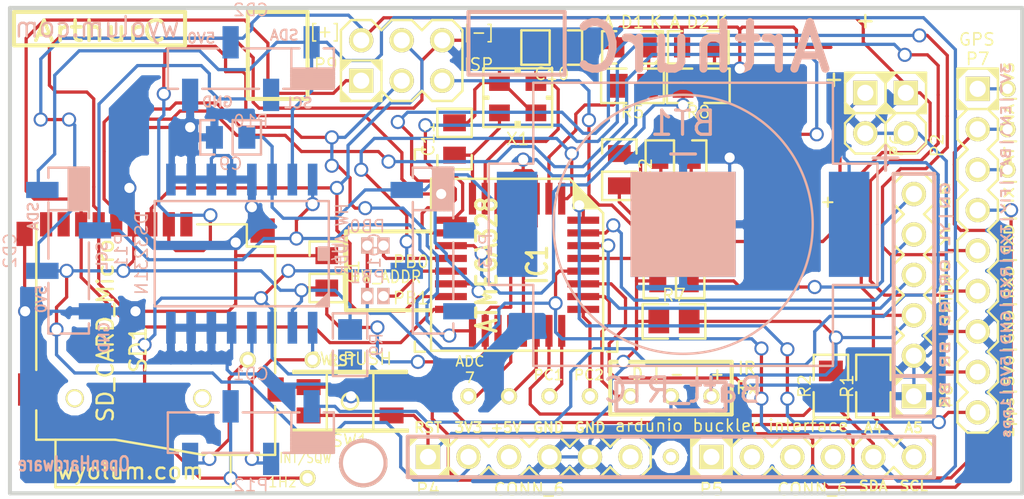
<source format=kicad_pcb>
(kicad_pcb (version 3) (host pcbnew "(2014-04-13 BZR 4800)-product")
  (title_block (date "18 aug 2012"))
  (layers (15 Front signal) (0 Back signal) (18 B.Paste user) (19 F.Paste user) (20 B.SilkS user) (21 F.SilkS user) (22 B.Mask user) (23 F.Mask user) (28 Edge.Cuts user))
  (net 0 "")
  (net 1 +3.3V)
  (net 2 /1pps)
  (net 3 /EN)
  (net 4 /FIX)
  (net 5 /GPS_BAT)
  (net 6 /GPS_Rx)
  (net 7 /GPS_Tx)
  (net 8 /Ir_Dat)
  (net 9 /LED1)
  (net 10 /LED2)
  (net 11 /MISO)
  (net 12 /MOSI)
  (net 13 /PB0)
  (net 14 /PB1)
  (net 15 /PB6)
  (net 16 /PB7)
  (net 17 /PC1)
  (net 18 /PC2)
  (net 19 /RESET)
  (net 20 /RXD)
  (net 21 /SCK)
  (net 22 /SS)
  (net 23 /TXD)
  (net 24 /arthurc_rtc/32k)
  (net 25 /arthurc_rtc/BAT)
  (net 26 /arthurc_rtc/RST)
  (net 27 /arthurc_rtc/SCL)
  (net 28 /arthurc_rtc/SDA)
  (net 29 /arthurc_rtc/SQW)
  (net 30 GND)
  (net 31 "Net-(B8-Pad1)")
  (net 32 "Net-(C7-Pad1)")
  (net 33 "Net-(D1-Pad1)")
  (net 34 "Net-(D2-Pad1)")
  (net 35 "Net-(B1-Pad1)")
  (net 36 /3Vgps)
  (module "ArthurC Lib:I%2fO" (layer Front) (at 44.069 54.9275)
    (fp_text reference B2 hide)
    (fp_text value I/O hide)
    (pad 1 thru_hole circle (at 0 0) (size 1.016 1.016) (drill 0.635) (layers *.Cu *.Mask F.SilkS) (net 29 /arthurc_rtc/SQW))
  )
  (module "ArthurC Lib:I%2fO" (layer Front) (at 40.3225 47.498)
    (fp_text reference B3 hide)
    (fp_text value I/O hide)
    (pad 1 thru_hole circle (at 0 0) (size 1.016 1.016) (drill 0.635) (layers *.Cu *.Mask F.SilkS) (net 26 /arthurc_rtc/RST))
  )
  (module "ArthurC Lib:I%2fO" (layer Front) (at 64.3255 49.784 180)
    (fp_text reference B4 hide)
    (fp_text value I/O hide)
    (pad 1 thru_hole circle (at 0 0 180) (size 1.016 1.016) (drill 0.635) (layers *.Cu *.Mask F.SilkS) (net 8 /Ir_Dat))
  )
  (module "ArthurC Lib:I%2fO" (layer Front) (at 61.7855 49.784 90)
    (fp_text reference B5 hide)
    (fp_text value I/O hide)
    (pad 1 thru_hole circle (at 0 0 90) (size 1.016 1.016) (drill 0.635) (layers *.Cu *.Mask F.SilkS) (net 18 /PC2))
  )
  (module "ArthurC Lib:I%2fO" (layer Front) (at 59.2455 49.784 90)
    (fp_text reference B6 hide)
    (fp_text value I/O hide)
    (pad 1 thru_hole circle (at 0 0 90) (size 1.016 1.016) (drill 0.635) (layers *.Cu *.Mask F.SilkS) (net 17 /PC1))
  )
  (module "ArthurC Lib:I%2fO" (layer Front) (at 56.7055 49.784 90)
    (fp_text reference B8 hide)
    (fp_text value I/O hide)
    (pad 1 thru_hole circle (at 0 0 90) (size 1.016 1.016) (drill 0.635) (layers *.Cu *.Mask F.SilkS) (net 31 "Net-(B8-Pad1)"))
  )
  (module "ArthurC Lib:I%2fO_ADR" (layer Front) (at 48.8315 43.4975 180)
    (fp_text reference B10 hide)
    (fp_text value I/O hide)
    (pad 1 thru_hole rect (at 0 0 180) (size 0.762 1.016) (drill 0.635) (layers *.Cu *.SilkS *.Mask) (net 14 /PB1))
  )
  (module "ArthurC Lib:I%2fO_ADR" (layer Front) (at 48.8315 40.3225 180)
    (fp_text reference B11 hide)
    (fp_text value I/O hide)
    (pad 1 thru_hole rect (at 0 0 180) (size 0.762 1.016) (drill 0.635) (layers *.Cu *.SilkS *.Mask) (net 13 /PB0))
  )
  (module "ArthurC Lib:I%2fO" (layer Front) (at 44.3865 47.498)
    (fp_text reference B15 hide)
    (fp_text value I/O hide)
    (pad 1 thru_hole circle (at 0 0) (size 1.016 1.016) (drill 0.635) (layers *.Cu *.Mask F.SilkS) (net 24 /arthurc_rtc/32k))
  )
  (module "ArthurC Lib:I%2fO_ADR" (layer Front) (at 47.8155 40.3225)
    (fp_text reference B16 hide)
    (fp_text value I/O hide)
    (pad 1 thru_hole rect (at 0 0) (size 0.762 1.016) (drill 0.635) (layers *.Cu *.SilkS *.Mask) (net 30 GND))
  )
  (module "ArthurC Lib:I%2fO_ADR" (layer Front) (at 47.8155 43.4975)
    (fp_text reference B17 hide)
    (fp_text value I/O hide)
    (pad 1 thru_hole rect (at 0 0) (size 0.762 1.016) (drill 0.635) (layers *.Cu *.SilkS *.Mask) (net 30 GND))
  )
  (module "ArthurC Lib:I%2fO" (layer Front) (at 66.8655 49.784)
    (fp_text reference B18 hide)
    (fp_text value I/O hide)
    (pad 1 thru_hole circle (at 0 0) (size 1.016 1.016) (drill 0.635) (layers *.Cu *.Mask F.SilkS) (net 30 GND))
  )
  (module "ArthurC Lib:I%2fO" (layer Front) (at 69.4055 49.784)
    (fp_text reference B19 hide)
    (fp_text value I/O hide)
    (pad 1 thru_hole circle (at 0 0) (size 1.016 1.016) (drill 0.635) (layers *.Cu *.Mask F.SilkS) (net 1 +3.3V))
  )
  (module "ArthurC Lib:I%2fO" (layer Front) (at 66.8655 53.594 180)
    (fp_text reference P1 hide)
    (fp_text value I/O hide)
    (pad 1 thru_hole circle (at 0 0 180) (size 1.016 1.016) (drill 0.635) (layers *.Cu *.Mask F.SilkS))
  )
  (module "ArthurC Lib:Xtal_SMD3" (layer Front) (at 57.2516 31.0388)
    (fp_text reference X1 (at 0 2.5908) (layer F.SilkS) (effects (font (size 0.762 0.762) (thickness 0.1016))))
    (fp_text value 8MHz hide)
    (pad 2 smd rect (at -1.143 0.9525) (size 1.30048 1.04902) (layers Front F.Paste F.Mask) (net 16 /PB7))
    (pad 1 smd rect (at 1.143 -0.9525) (size 1.30048 1.04902) (layers Front F.Paste F.Mask) (net 15 /PB6))
    (pad 3 smd rect (at -1.143 -0.9525) (size 1.30048 1.04902) (layers Front F.Paste F.Mask) (net 30 GND))
    (pad 3 smd rect (at 1.143 0.9525) (size 1.30048 1.04902) (layers Front F.Paste F.Mask) (net 30 GND))
  )
  (module "ArthurC Lib:PIN_ARRAY-9X1" (layer Front) (at 86.106 40.64 270)
    (fp_text reference P7 (at -12.0396 0 360) (layer F.SilkS) (effects (font (size 0.762 0.762) (thickness 0.1016))))
    (fp_text value GPS (at -13.2588 0.0508 360) (layer F.SilkS) (effects (font (size 0.762 0.762) (thickness 0.1016))))
    (pad 9 thru_hole circle (at 10.16 0 270) (size 1.524 1.524) (drill 1.016) (layers *.Cu *.Mask F.SilkS) (net 2 /1pps))
    (pad 8 thru_hole circle (at 7.62 0 270) (size 1.524 1.524) (drill 1.016) (layers *.Cu *.Mask F.SilkS) (net 1 +3.3V))
    (pad 7 thru_hole circle (at 5.08 0 270) (size 1.524 1.524) (drill 1.016) (layers *.Cu *.Mask F.SilkS) (net 30 GND))
    (pad 1 thru_hole rect (at -10.16 0 270) (size 1.524 1.524) (drill 1.016) (layers *.Cu *.Mask F.SilkS) (net 36 /3Vgps))
    (pad 2 thru_hole circle (at -7.62 0 270) (size 1.524 1.524) (drill 1.016) (layers *.Cu *.Mask F.SilkS) (net 3 /EN))
    (pad 3 thru_hole circle (at -5.08 0 270) (size 1.524 1.524) (drill 1.016) (layers *.Cu *.Mask F.SilkS) (net 5 /GPS_BAT))
    (pad 4 thru_hole circle (at -2.54 0 270) (size 1.524 1.524) (drill 1.016) (layers *.Cu *.Mask F.SilkS) (net 4 /FIX))
    (pad 5 thru_hole circle (at 0 0 270) (size 1.524 1.524) (drill 1.016) (layers *.Cu *.Mask F.SilkS) (net 7 /GPS_Tx))
    (pad 6 thru_hole circle (at 2.54 0 270) (size 1.524 1.524) (drill 1.016) (layers *.Cu *.Mask F.SilkS) (net 6 /GPS_Rx))
  )
  (module "ArthurC Lib:I%2fO" (layer Front) (at 87.9856 30.48)
    (fp_text reference P14 hide)
    (fp_text value I/O hide)
    (pad 1 thru_hole circle (at 0 0) (size 1.016 1.016) (drill 0.635) (layers *.Cu *.Mask F.SilkS) (net 36 /3Vgps))
  )
  (module "ArthurC Lib:I%2fO" (layer Front) (at 87.9856 33.02)
    (fp_text reference P15 hide)
    (fp_text value I/O hide)
    (pad 1 thru_hole circle (at 0 0) (size 1.016 1.016) (drill 0.635) (layers *.Cu *.Mask F.SilkS) (net 3 /EN))
  )
  (module "ArthurC Lib:I%2fO" (layer Front) (at 87.9856 35.56)
    (fp_text reference P16 hide)
    (fp_text value I/O hide)
    (pad 1 thru_hole circle (at 0 0) (size 1.016 1.016) (drill 0.635) (layers *.Cu *.Mask F.SilkS) (net 5 /GPS_BAT))
  )
  (module "ArthurC Lib:I%2fO" (layer Front) (at 54.1655 49.784)
    (fp_text reference B1 hide)
    (fp_text value AREF hide)
    (pad 1 thru_hole circle (at 0 0) (size 1.016 1.016) (drill 0.635) (layers *.Cu *.Mask F.SilkS) (net 35 "Net-(B1-Pad1)"))
  )
  (module "ArthurC Lib:pin_strip_2" (layer Front) (at 81.5975 32.004 270)
    (fp_text reference P2 (at 2.032 -1.9685 270) (layer F.SilkS) (effects (font (size 0.762 0.762) (thickness 0.1016))))
    (fp_text value BAT hide)
    (pad 1 thru_hole rect (at -1.27 0 270) (size 1.524 1.524) (drill 1.016) (layers *.Cu *.Mask F.SilkS) (net 1 +3.3V))
    (pad 2 thru_hole circle (at 1.27 0 270) (size 1.524 1.524) (drill 1.016) (layers *.Cu *.Mask F.SilkS) (net 30 GND))
  )
  (module "ArthurC Lib:CR1632" (layer Back) (at 67.6275 38.989 180)
    (fp_text reference BT1 (at 0 6.35 180) (layer B.SilkS) (effects (font (thickness 0.2032)) (justify mirror)))
    (fp_text value Batt_RTC (at 0 -10.414 180) (layer B.SilkS) (effects (font (thickness 0.2032)) (justify mirror)))
    (fp_text user - (at 0 4.572 180) (layer B.SilkS) (effects (font (size 2.032 2.032) (thickness 0.2032)) (justify mirror)))
    (fp_text user + (at -12.7 4.318 180) (layer B.SilkS) (effects (font (size 2.032 2.032) (thickness 0.2032)) (justify mirror)))
    (pad + smd rect (at -10.414 0 180) (size 2.54 6.604) (layers Back B.Paste B.Mask) (net 25 /arthurc_rtc/BAT))
    (pad + smd rect (at 10.414 0 180) (size 2.54 6.604) (layers Back B.Paste B.Mask) (net 25 /arthurc_rtc/BAT))
    (pad - smd rect (at 0 0 180) (size 6.604 6.604) (layers Back B.Paste B.SilkS B.Mask) (net 30 GND))
  )
  (module "ArthurC Lib:c_0805" (layer Front) (at 45.2755 41.9735 270)
    (fp_text reference C1 (at 0 -1.651 270) (layer F.SilkS) (effects (font (size 0.762 0.762) (thickness 0.1016))))
    (fp_text value 100n hide)
    (pad 1 smd rect (at 1.016 0 270) (size 1.0668 1.4224) (layers Front F.Paste F.Mask) (net 1 +3.3V))
    (pad 2 smd rect (at -1.016 0 270) (size 1.0668 1.4224) (layers Front F.Paste F.Mask) (net 30 GND))
  )
  (module "ArthurC Lib:c_0805" (layer Front) (at 63.627 35.56 270)
    (fp_text reference C2 (at 0 -1.651 270) (layer F.SilkS) (effects (font (size 0.762 0.762) (thickness 0.1016))))
    (fp_text value 1u hide)
    (pad 1 smd rect (at 1.016 0 270) (size 1.0668 1.4224) (layers Front F.Paste F.Mask) (net 25 /arthurc_rtc/BAT))
    (pad 2 smd rect (at -1.016 0 270) (size 1.0668 1.4224) (layers Front F.Paste F.Mask) (net 30 GND))
  )
  (module "ArthurC Lib:c_0805" (layer Front) (at 67.183 34.798 180)
    (fp_text reference C5 (at 0 -1.651 180) (layer F.SilkS) (effects (font (size 0.762 0.762) (thickness 0.1016))))
    (fp_text value 1u hide)
    (pad 1 smd rect (at 1.016 0 180) (size 1.0668 1.4224) (layers Front F.Paste F.Mask) (net 1 +3.3V))
    (pad 2 smd rect (at -1.016 0 180) (size 1.0668 1.4224) (layers Front F.Paste F.Mask) (net 30 GND))
  )
  (module "ArthurC Lib:c_0805" (layer Front) (at 67.056 42.545)
    (fp_text reference C7 (at 0 -1.651) (layer F.SilkS) (effects (font (size 0.762 0.762) (thickness 0.1016))))
    (fp_text value 100n hide)
    (pad 1 smd rect (at 1.016 0) (size 1.0668 1.4224) (layers Front F.Paste F.Mask) (net 32 "Net-(C7-Pad1)"))
    (pad 2 smd rect (at -1.016 0) (size 1.0668 1.4224) (layers Front F.Paste F.Mask) (net 19 /RESET))
  )
  (module "ArthurC Lib:c_0805" (layer Back) (at 39.243 33.528)
    (fp_text reference C9 (at 0 1.651) (layer B.SilkS) (effects (font (size 0.762 0.762) (thickness 0.1016)) (justify mirror)))
    (fp_text value 100n hide)
    (pad 1 smd rect (at 1.016 0) (size 1.0668 1.4224) (layers Back B.Paste B.Mask) (net 25 /arthurc_rtc/BAT))
    (pad 2 smd rect (at -1.016 0) (size 1.0668 1.4224) (layers Back B.Paste B.Mask) (net 30 GND))
  )
  (module "ArthurC Lib:c_0805" (layer Front) (at 59.3852 27.8892 180)
    (fp_text reference C10 (at 0 -1.651 180) (layer F.SilkS) (effects (font (size 0.762 0.762) (thickness 0.1016))))
    (fp_text value 22p hide)
    (pad 1 smd rect (at 1.016 0 180) (size 1.0668 1.4224) (layers Front F.Paste F.Mask) (net 15 /PB6))
    (pad 2 smd rect (at -1.016 0 180) (size 1.0668 1.4224) (layers Front F.Paste F.Mask) (net 30 GND))
  )
  (module "ArthurC Lib:c_0805" (layer Front) (at 53.2892 33.6296 90)
    (fp_text reference C11 (at 0 -1.651 90) (layer F.SilkS) (effects (font (size 0.762 0.762) (thickness 0.1016))))
    (fp_text value 22p hide)
    (pad 1 smd rect (at 1.016 0 90) (size 1.0668 1.4224) (layers Front F.Paste F.Mask) (net 30 GND))
    (pad 2 smd rect (at -1.016 0 90) (size 1.0668 1.4224) (layers Front F.Paste F.Mask) (net 16 /PB7))
  )
  (module "ArthurC Lib:d_0805" (layer Front) (at 64.4525 27.8765)
    (fp_text reference D1 (at 0 -1.5875) (layer F.SilkS) (effects (font (size 0.762 0.762) (thickness 0.1016))))
    (fp_text value LED hide)
    (pad 1 smd rect (at 1.016 0) (size 1.016 1.27) (layers Front F.Paste F.Mask) (net 33 "Net-(D1-Pad1)"))
    (pad 2 smd rect (at -1.016 0) (size 1.016 1.27) (layers Front F.Paste F.Mask) (net 30 GND))
  )
  (module "ArthurC Lib:d_0805" (layer Front) (at 68.58 27.8765)
    (fp_text reference D2 (at 0 -1.5875) (layer F.SilkS) (effects (font (size 0.762 0.762) (thickness 0.1016))))
    (fp_text value LED hide)
    (pad 1 smd rect (at 1.016 0) (size 1.016 1.27) (layers Front F.Paste F.Mask) (net 34 "Net-(D2-Pad1)"))
    (pad 2 smd rect (at -1.016 0) (size 1.016 1.27) (layers Front F.Paste F.Mask) (net 30 GND))
  )
  (module "ArthurC Lib:TQFP32" (layer Front) (at 57.2135 41.529 270)
    (fp_text reference IC1 (at 0 -1.27 270) (layer F.SilkS) (effects (font (size 1.27 1.016) (thickness 0.2032))))
    (fp_text value ATMEGA328 (at 0 1.905 270) (layer F.SilkS) (effects (font (size 1.27 1.016) (thickness 0.2032))))
    (pad 8 smd rect (at -4.15036 2.79908 270) (size 1.99898 0.44958) (layers Front F.Paste F.Mask) (net 16 /PB7) (clearance 0.127))
    (pad 7 smd rect (at -4.15036 1.99898 270) (size 1.99898 0.44958) (layers Front F.Paste F.Mask) (net 15 /PB6) (clearance 0.14986))
    (pad 6 smd rect (at -4.15036 1.19888 270) (size 1.99898 0.44958) (layers Front F.Paste F.Mask) (net 1 +3.3V) (clearance 0.14986))
    (pad 5 smd rect (at -4.15036 0.39878 270) (size 1.99898 0.44958) (layers Front F.Paste F.Mask) (net 30 GND) (clearance 0.14986))
    (pad 4 smd rect (at -4.15036 -0.39878 270) (size 1.99898 0.44958) (layers Front F.Paste F.Mask) (net 1 +3.3V) (clearance 0.14986))
    (pad 3 smd rect (at -4.15036 -1.19888 270) (size 1.99898 0.44958) (layers Front F.Paste F.Mask) (net 30 GND) (clearance 0.14986))
    (pad 2 smd rect (at -4.15036 -1.99898 270) (size 1.99898 0.44958) (layers Front F.Paste F.Mask) (net 9 /LED1) (clearance 0.14986))
    (pad 1 smd rect (at -4.15036 -2.79908 270) (size 1.99898 0.44958) (layers Front F.Paste F.Mask) (net 29 /arthurc_rtc/SQW) (clearance 0.127))
    (pad 24 smd rect (at 4.15036 -2.79908 270) (size 1.99898 0.44958) (layers Front F.Paste F.Mask) (net 17 /PC1) (clearance 0.127))
    (pad 17 smd rect (at 4.15036 2.79908 270) (size 1.99898 0.44958) (layers Front F.Paste F.Mask) (net 21 /SCK) (clearance 0.127))
    (pad 18 smd rect (at 4.15036 1.99898 270) (size 1.99898 0.44958) (layers Front F.Paste F.Mask) (net 1 +3.3V) (clearance 0.14986))
    (pad 19 smd rect (at 4.15036 1.19888 270) (size 1.99898 0.44958) (layers Front F.Paste F.Mask) (net 4 /FIX) (clearance 0.14986))
    (pad 20 smd rect (at 4.15036 0.39878 270) (size 1.99898 0.44958) (layers Front F.Paste F.Mask) (net 35 "Net-(B1-Pad1)") (clearance 0.14986))
    (pad 21 smd rect (at 4.15036 -0.39878 270) (size 1.99898 0.44958) (layers Front F.Paste F.Mask) (net 30 GND) (clearance 0.14986))
    (pad 22 smd rect (at 4.15036 -1.19888 270) (size 1.99898 0.44958) (layers Front F.Paste F.Mask) (net 31 "Net-(B8-Pad1)") (clearance 0.14986))
    (pad 23 smd rect (at 4.15036 -1.99898 270) (size 1.99898 0.44958) (layers Front F.Paste F.Mask) (net 3 /EN) (clearance 0.14986))
    (pad 32 smd rect (at -2.79908 -4.15036) (size 1.99898 0.44958) (layers Front F.Paste F.Mask) (net 2 /1pps) (clearance 0.127))
    (pad 31 smd rect (at -1.99898 -4.15036) (size 1.99898 0.44958) (layers Front F.Paste F.Mask) (net 23 /TXD) (clearance 0.14986))
    (pad 30 smd rect (at -1.19888 -4.15036) (size 1.99898 0.44958) (layers Front F.Paste F.Mask) (net 20 /RXD) (clearance 0.14986))
    (pad 29 smd rect (at -0.39878 -4.15036) (size 1.99898 0.44958) (layers Front F.Paste F.Mask) (net 19 /RESET) (clearance 0.14986))
    (pad 28 smd rect (at 0.39878 -4.15036) (size 1.99898 0.44958) (layers Front F.Paste F.Mask) (net 27 /arthurc_rtc/SCL) (clearance 0.14986))
    (pad 27 smd rect (at 1.19888 -4.15036) (size 1.99898 0.44958) (layers Front F.Paste F.Mask) (net 28 /arthurc_rtc/SDA) (clearance 0.14986))
    (pad 26 smd rect (at 1.99898 -4.15036) (size 1.99898 0.44958) (layers Front F.Paste F.Mask) (net 8 /Ir_Dat) (clearance 0.14986))
    (pad 25 smd rect (at 2.79908 -4.15036) (size 1.99898 0.44958) (layers Front F.Paste F.Mask) (net 18 /PC2) (clearance 0.127))
    (pad 9 smd rect (at -2.79908 4.15036) (size 1.99898 0.44958) (layers Front F.Paste F.Mask) (net 6 /GPS_Rx) (clearance 0.127))
    (pad 10 smd rect (at -1.99898 4.15036) (size 1.99898 0.44958) (layers Front F.Paste F.Mask) (net 7 /GPS_Tx) (clearance 0.14986))
    (pad 11 smd rect (at -1.19888 4.15036) (size 1.99898 0.44958) (layers Front F.Paste F.Mask) (net 10 /LED2) (clearance 0.14986))
    (pad 12 smd rect (at -0.39878 4.15036) (size 1.99898 0.44958) (layers Front F.Paste F.Mask) (net 13 /PB0) (clearance 0.14986))
    (pad 13 smd rect (at 0.39878 4.15036) (size 1.99898 0.44958) (layers Front F.Paste F.Mask) (net 14 /PB1) (clearance 0.14986))
    (pad 14 smd rect (at 1.19888 4.15036) (size 1.99898 0.44958) (layers Front F.Paste F.Mask) (net 22 /SS) (clearance 0.14986))
    (pad 15 smd rect (at 1.99898 4.15036) (size 1.99898 0.44958) (layers Front F.Paste F.Mask) (net 12 /MOSI) (clearance 0.14986))
    (pad 16 smd rect (at 2.79908 4.15036) (size 1.99898 0.44958) (layers Front F.Paste F.Mask) (net 11 /MISO) (clearance 0.127))
  )
  (module "ArthurC Lib:PIN_ARRAY-6X1" (layer Front) (at 57.9755 53.594)
    (fp_text reference P4 (at -6.35 2.032) (layer F.SilkS) (effects (font (size 0.762 0.762) (thickness 0.1016))))
    (fp_text value CONN_6 (at 0 2.032) (layer F.SilkS) (effects (font (size 0.762 0.762) (thickness 0.1016))))
    (pad 1 thru_hole rect (at -6.35 0) (size 1.524 1.524) (drill 1.016) (layers *.Cu *.Mask F.SilkS) (net 19 /RESET))
    (pad 2 thru_hole circle (at -3.81 0) (size 1.524 1.524) (drill 1.016) (layers *.Cu *.Mask F.SilkS) (net 1 +3.3V))
    (pad 3 thru_hole circle (at -1.27 0) (size 1.524 1.524) (drill 1.016) (layers *.Cu *.Mask F.SilkS))
    (pad 4 thru_hole circle (at 1.27 0) (size 1.524 1.524) (drill 1.016) (layers *.Cu *.Mask F.SilkS) (net 30 GND))
    (pad 5 thru_hole circle (at 3.81 0) (size 1.524 1.524) (drill 1.016) (layers *.Cu *.Mask F.SilkS) (net 30 GND))
    (pad 6 thru_hole circle (at 6.35 0) (size 1.524 1.524) (drill 1.016) (layers *.Cu *.Mask F.SilkS))
  )
  (module "ArthurC Lib:PIN_ARRAY-6X1" (layer Front) (at 75.7555 53.594)
    (fp_text reference P5 (at -6.35 2.032) (layer F.SilkS) (effects (font (size 0.762 0.762) (thickness 0.1016))))
    (fp_text value CONN_6 (at 0 2.032) (layer F.SilkS) (effects (font (size 0.762 0.762) (thickness 0.1016))))
    (pad 1 thru_hole rect (at -6.35 0) (size 1.524 1.524) (drill 1.016) (layers *.Cu *.Mask F.SilkS))
    (pad 2 thru_hole circle (at -3.81 0) (size 1.524 1.524) (drill 1.016) (layers *.Cu *.Mask F.SilkS))
    (pad 3 thru_hole circle (at -1.27 0) (size 1.524 1.524) (drill 1.016) (layers *.Cu *.Mask F.SilkS))
    (pad 4 thru_hole circle (at 1.27 0) (size 1.524 1.524) (drill 1.016) (layers *.Cu *.Mask F.SilkS))
    (pad 5 thru_hole circle (at 3.81 0) (size 1.524 1.524) (drill 1.016) (layers *.Cu *.Mask F.SilkS) (net 28 /arthurc_rtc/SDA))
    (pad 6 thru_hole circle (at 6.35 0) (size 1.524 1.524) (drill 1.016) (layers *.Cu *.Mask F.SilkS) (net 27 /arthurc_rtc/SCL))
  )
  (module "ArthurC Lib:pin_strip_2" (layer Front) (at 79.0575 32.004 270)
    (fp_text reference P6 (at 2.032 -1.9685 270) (layer F.SilkS) (effects (font (size 0.762 0.762) (thickness 0.1016))))
    (fp_text value LiPo hide)
    (pad 1 thru_hole rect (at -1.27 0 270) (size 1.524 1.524) (drill 1.016) (layers *.Cu *.Mask F.SilkS) (net 25 /arthurc_rtc/BAT))
    (pad 2 thru_hole circle (at 1.27 0 270) (size 1.524 1.524) (drill 1.016) (layers *.Cu *.Mask F.SilkS) (net 30 GND))
  )
  (module "ArthurC Lib:PIN_ARRAY-6X1" (layer Front) (at 82.1055 43.434 90)
    (fp_text reference P8 (at -6.35 2.032 90) (layer F.SilkS) (effects (font (size 0.762 0.762) (thickness 0.1016))))
    (fp_text value FTDI (at 0 2.032 90) (layer F.SilkS) (effects (font (size 0.762 0.762) (thickness 0.1016))))
    (pad 1 thru_hole rect (at -6.35 0 90) (size 1.524 1.524) (drill 1.016) (layers *.Cu *.Mask F.SilkS) (net 30 GND))
    (pad 2 thru_hole circle (at -3.81 0 90) (size 1.524 1.524) (drill 1.016) (layers *.Cu *.Mask F.SilkS) (net 30 GND))
    (pad 3 thru_hole circle (at -1.27 0 90) (size 1.524 1.524) (drill 1.016) (layers *.Cu *.Mask F.SilkS) (net 1 +3.3V))
    (pad 4 thru_hole circle (at 1.27 0 90) (size 1.524 1.524) (drill 1.016) (layers *.Cu *.Mask F.SilkS) (net 20 /RXD))
    (pad 5 thru_hole circle (at 3.81 0 90) (size 1.524 1.524) (drill 1.016) (layers *.Cu *.Mask F.SilkS) (net 23 /TXD))
    (pad 6 thru_hole circle (at 6.35 0 90) (size 1.524 1.524) (drill 1.016) (layers *.Cu *.Mask F.SilkS) (net 32 "Net-(C7-Pad1)"))
  )
  (module "ArthurC Lib:ISP" (layer Front) (at 47.4345 29.972)
    (fp_text reference P9 (at -2.2225 -1.016) (layer F.SilkS) (effects (font (size 0.762 0.762) (thickness 0.1016))))
    (fp_text value ISP (at 7.366 -1.016) (layer F.SilkS) (effects (font (size 0.762 0.762) (thickness 0.1016))))
    (pad 1 thru_hole rect (at 0 0) (size 1.524 1.524) (drill 1.016) (layers *.Cu *.Mask F.SilkS) (net 11 /MISO))
    (pad 2 thru_hole circle (at 0 -2.54) (size 1.524 1.524) (drill 1.016) (layers *.Cu *.Mask F.SilkS) (net 1 +3.3V))
    (pad 3 thru_hole circle (at 2.54 0) (size 1.524 1.524) (drill 1.016) (layers *.Cu *.Mask F.SilkS) (net 21 /SCK))
    (pad 4 thru_hole circle (at 2.54 -2.54) (size 1.524 1.524) (drill 1.016) (layers *.Cu *.Mask F.SilkS) (net 12 /MOSI))
    (pad 5 thru_hole circle (at 5.08 0) (size 1.524 1.524) (drill 1.016) (layers *.Cu *.Mask F.SilkS) (net 19 /RESET))
    (pad 6 thru_hole circle (at 5.08 -2.54) (size 1.524 1.524) (drill 1.016) (layers *.Cu *.Mask F.SilkS) (net 30 GND))
  )
  (module "ArthurC Lib:Sck-04-F-SMT" (layer Back) (at 40.513 29.21)
    (fp_text reference P10 (at 0 3.302) (layer B.SilkS) (effects (font (size 0.762 0.762) (thickness 0.1016)) (justify mirror)))
    (fp_text value CD2 (at 0 -3.683) (layer B.SilkS) (effects (font (size 0.762 0.762) (thickness 0.1016)) (justify mirror)))
    (pad 1 smd rect (at 3.81 -1.651) (size 1.016 2.032) (layers Back B.Paste B.Mask) (net 28 /arthurc_rtc/SDA))
    (pad 2 smd rect (at 1.27 1.651) (size 1.016 2.032) (layers Back B.Paste B.Mask) (net 27 /arthurc_rtc/SCL))
    (pad 3 smd rect (at -1.27 -1.651) (size 1.016 2.032) (layers Back B.Paste B.Mask) (net 1 +3.3V))
    (pad 4 smd rect (at -3.81 1.651) (size 1.016 2.032) (layers Back B.Paste B.Mask) (net 30 GND))
  )
  (module "ArthurC Lib:Sck-04-F-SMT" (layer Back) (at 29.083 40.64 90)
    (fp_text reference P11 (at 0 3.302 90) (layer B.SilkS) (effects (font (size 0.762 0.762) (thickness 0.1016)) (justify mirror)))
    (fp_text value CD2 (at 0 -3.683 90) (layer B.SilkS) (effects (font (size 0.762 0.762) (thickness 0.1016)) (justify mirror)))
    (pad 1 smd rect (at 3.81 -1.651 90) (size 1.016 2.032) (layers Back B.Paste B.Mask) (net 28 /arthurc_rtc/SDA))
    (pad 2 smd rect (at 1.27 1.651 90) (size 1.016 2.032) (layers Back B.Paste B.Mask) (net 27 /arthurc_rtc/SCL))
    (pad 3 smd rect (at -1.27 -1.651 90) (size 1.016 2.032) (layers Back B.Paste B.Mask) (net 1 +3.3V))
    (pad 4 smd rect (at -3.81 1.651 90) (size 1.016 2.032) (layers Back B.Paste B.Mask) (net 30 GND))
  )
  (module "ArthurC Lib:Sck-04-F-SMT" (layer Back) (at 40.513 52.07)
    (fp_text reference P12 (at 0 3.302) (layer B.SilkS) (effects (font (size 0.762 0.762) (thickness 0.1016)) (justify mirror)))
    (fp_text value CD1 (at 0 -3.683) (layer B.SilkS) (effects (font (size 0.762 0.762) (thickness 0.1016)) (justify mirror)))
    (pad 1 smd rect (at 3.81 -1.651) (size 1.016 2.032) (layers Back B.Paste B.Mask) (net 25 /arthurc_rtc/BAT))
    (pad 2 smd rect (at 1.27 1.651) (size 1.016 2.032) (layers Back B.Paste B.Mask) (net 24 /arthurc_rtc/32k))
    (pad 3 smd rect (at -1.27 -1.651) (size 1.016 2.032) (layers Back B.Paste B.Mask) (net 29 /arthurc_rtc/SQW))
    (pad 4 smd rect (at -3.81 1.651) (size 1.016 2.032) (layers Back B.Paste B.Mask) (net 26 /arthurc_rtc/RST))
  )
  (module "ArthurC Lib:Sck-04-F-SMT" (layer Back) (at 51.943 40.64 90)
    (fp_text reference P13 (at 0 3.302 90) (layer B.SilkS) (effects (font (size 0.762 0.762) (thickness 0.1016)) (justify mirror)))
    (fp_text value CD1 (at 0 -3.683 90) (layer B.SilkS) (effects (font (size 0.762 0.762) (thickness 0.1016)) (justify mirror)))
    (pad 1 smd rect (at 3.81 -1.651 90) (size 1.016 2.032) (layers Back B.Paste B.Mask) (net 25 /arthurc_rtc/BAT))
    (pad 2 smd rect (at 1.27 1.651 90) (size 1.016 2.032) (layers Back B.Paste B.Mask) (net 24 /arthurc_rtc/32k))
    (pad 3 smd rect (at -1.27 -1.651 90) (size 1.016 2.032) (layers Back B.Paste B.Mask) (net 29 /arthurc_rtc/SQW))
    (pad 4 smd rect (at -3.81 1.651 90) (size 1.016 2.032) (layers Back B.Paste B.Mask) (net 26 /arthurc_rtc/RST))
  )
  (module "ArthurC Lib:PCB" (layer Front) (at 57.15 40.64)
    (fp_text reference PCB1 hide)
    (fp_text value PCB hide)
  )
  (module "ArthurC Lib:r_0805" (layer Front) (at 79.5655 49.149 90)
    (fp_text reference R1 (at 0 -1.651 90) (layer F.SilkS) (effects (font (size 0.762 0.762) (thickness 0.1016))))
    (fp_text value 10k hide)
    (pad 1 smd rect (at 0.9525 0 90) (size 1.30048 1.4986) (layers Front F.Paste F.Mask) (net 1 +3.3V))
    (pad 2 smd rect (at -0.9525 0 90) (size 1.30048 1.4986) (layers Front F.Paste F.Mask) (net 27 /arthurc_rtc/SCL))
  )
  (module "ArthurC Lib:r_0805" (layer Front) (at 76.8985 49.149 90)
    (fp_text reference R2 (at 0 -1.651 90) (layer F.SilkS) (effects (font (size 0.762 0.762) (thickness 0.1016))))
    (fp_text value 10k hide)
    (pad 1 smd rect (at 0.9525 0 90) (size 1.30048 1.4986) (layers Front F.Paste F.Mask) (net 1 +3.3V))
    (pad 2 smd rect (at -0.9525 0 90) (size 1.30048 1.4986) (layers Front F.Paste F.Mask) (net 28 /arthurc_rtc/SDA))
  )
  (module "ArthurC Lib:r_0805" (layer Front) (at 64.4525 30.2895 180)
    (fp_text reference R5 (at 0 -1.651 180) (layer F.SilkS) (effects (font (size 0.762 0.762) (thickness 0.1016))))
    (fp_text value 750E hide)
    (pad 1 smd rect (at 0.9525 0 180) (size 1.30048 1.4986) (layers Front F.Paste F.Mask) (net 9 /LED1))
    (pad 2 smd rect (at -0.9525 0 180) (size 1.30048 1.4986) (layers Front F.Paste F.Mask) (net 33 "Net-(D1-Pad1)"))
  )
  (module "ArthurC Lib:r_0805" (layer Front) (at 67.056 45.085)
    (fp_text reference R7 (at 0 -1.651) (layer F.SilkS) (effects (font (size 0.762 0.762) (thickness 0.1016))))
    (fp_text value 10k hide)
    (pad 1 smd rect (at 0.9525 0) (size 1.30048 1.4986) (layers Front F.Paste F.Mask) (net 1 +3.3V))
    (pad 2 smd rect (at -0.9525 0) (size 1.30048 1.4986) (layers Front F.Paste F.Mask) (net 19 /RESET))
  )
  (module "ArthurC Lib:r_0805" (layer Front) (at 68.58 30.2895 180)
    (fp_text reference R8 (at 0 -1.651 180) (layer F.SilkS) (effects (font (size 0.762 0.762) (thickness 0.1016))))
    (fp_text value 750E hide)
    (pad 1 smd rect (at 0.9525 0 180) (size 1.30048 1.4986) (layers Front F.Paste F.Mask) (net 10 /LED2))
    (pad 2 smd rect (at -0.9525 0 180) (size 1.30048 1.4986) (layers Front F.Paste F.Mask) (net 34 "Net-(D2-Pad1)"))
  )
  (module "ArthurC Lib:r_0805" (layer Back) (at 46.736 46.5455 90)
    (fp_text reference R9 (at 0 1.651 90) (layer B.SilkS) (effects (font (size 0.762 0.762) (thickness 0.1016)) (justify mirror)))
    (fp_text value 10k hide)
    (pad 1 smd rect (at 0.9525 0 90) (size 1.30048 1.4986) (layers Back B.Paste B.Mask) (net 1 +3.3V))
    (pad 2 smd rect (at -0.9525 0 90) (size 1.30048 1.4986) (layers Back B.Paste B.Mask) (net 29 /arthurc_rtc/SQW))
  )
  (module "ArthurC Lib:vite_3mm" (layer Front) (at 47.5615 53.975 90)
    (fp_text reference SC1 hide)
    (fp_text value SCREW hide)
    (pad 1 thru_hole circle (at 0 0 90) (size 3.048 3.048) (drill 2.54) (layers *.Cu *.SilkS *.Mask))
  )
  (module "ArthurC Lib:SD_Micro" (layer Front) (at 32.0675 38.989 270)
    (fp_text reference SD1 (at 7.85622 -1.37668 270) (layer F.SilkS) (effects (font (size 1.016 1.016) (thickness 0.1524))))
    (fp_text value SD_CARD_Micro (at 6.67512 0.68072 270) (layer F.SilkS) (effects (font (size 1.016 1.016) (thickness 0.1524))))
    (pad 5 smd rect (at 0 0 270) (size 1.524 0.762) (layers Front F.Paste F.Mask) (net 21 /SCK))
    (pad 6 smd rect (at 0 1.09982 270) (size 1.524 0.762) (layers Front F.Paste F.Mask) (net 30 GND))
    (pad 7 smd rect (at 0 2.19964 270) (size 1.524 0.762) (layers Front F.Paste F.Mask) (net 11 /MISO))
    (pad 8 smd rect (at 0 3.29946 270) (size 1.524 0.762) (layers Front F.Paste F.Mask))
    (pad 9 smd rect (at 0 4.39928 270) (size 1.524 0.762) (layers Front F.Paste F.Mask))
    (pad 4 smd rect (at 0 -1.09982 270) (size 1.524 0.762) (layers Front F.Paste F.Mask) (net 1 +3.3V))
    (pad 3 smd rect (at 0 -2.19964 270) (size 1.524 0.762) (layers Front F.Paste F.Mask) (net 12 /MOSI))
    (pad 2 smd rect (at 0 -3.29946 270) (size 1.524 0.762) (layers Front F.Paste F.Mask) (net 22 /SS))
    (pad 1 smd rect (at 0 -4.39928 270) (size 1.524 0.762) (layers Front F.Paste F.Mask))
    (pad G1 smd rect (at 0.59944 5.74548 270) (size 1.524 1.016) (layers Front F.Paste F.Mask) (net 30 GND))
    (pad G2 smd rect (at 10.37336 5.40004 270) (size 2.032 1.524) (layers Front F.Paste F.Mask) (net 30 GND))
    (pad G3 smd rect (at 10.37336 -9.99998 270) (size 1.524 1.016) (layers Front F.Paste F.Mask) (net 30 GND))
    (pad G4 smd rect (at 0.39116 -9.1821 270) (size 1.524 1.524) (layers Front F.Paste F.Mask) (net 30 GND))
    (pad H1 thru_hole circle (at 10.922 2.6035 270) (size 1.143 1.143) (drill 0.889) (layers *.Cu *.Mask F.SilkS))
    (pad H2 thru_hole circle (at 10.922 -5.3975 270) (size 1.143 1.143) (drill 0.889) (layers *.Cu *.Mask F.SilkS))
  )
  (module "ArthurC Lib:SW_SMD" (layer Front) (at 46.736 50.1015 180)
    (fp_text reference SW1 (at 0 -2.4765 180) (layer F.SilkS) (effects (font (size 0.762 0.762) (thickness 0.1016))))
    (fp_text value SW_PUSH (at 0 2.667 180) (layer F.SilkS) (effects (font (size 0.762 0.762) (thickness 0.1016))))
    (pad 1 smd rect (at -2.6035 0.889 180) (size 1.50114 1.00076) (layers Front F.Paste F.Mask) (net 30 GND))
    (pad 1 smd rect (at 2.6035 0.889 180) (size 1.50114 1.00076) (layers Front F.Paste F.Mask) (net 30 GND))
    (pad 2 smd rect (at 2.6035 -0.889 180) (size 1.50114 1.00076) (layers Front F.Paste F.Mask) (net 19 /RESET))
    (pad 2 smd rect (at -2.6035 -0.889 180) (size 1.50114 1.00076) (layers Front F.Paste F.Mask) (net 19 /RESET))
  )
  (module "ArthurC Lib:SOT23-3" (layer Front) (at 67.183 38.862 180)
    (fp_text reference U1 (at 0 -2.667 180) (layer F.SilkS) (effects (font (size 0.762 0.762) (thickness 0.1016))))
    (fp_text value 3V3 hide)
    (pad 1 smd rect (at -0.9525 1.2065 180) (size 0.8001 1.19888) (layers Front F.Paste F.Mask) (net 30 GND))
    (pad 3 smd rect (at 0 -1.2065 180) (size 0.8001 1.19888) (layers Front F.Paste F.Mask) (net 25 /arthurc_rtc/BAT))
    (pad 2 smd rect (at 0.9525 1.2065 180) (size 0.8001 1.19888) (layers Front F.Paste F.Mask) (net 1 +3.3V))
  )
  (module "ArthurC Lib:DS3231" (layer Back) (at 39.9415 40.8305 180)
    (fp_text reference U4 (at -6.096 0 450) (layer B.SilkS) (effects (font (size 0.762 0.762) (thickness 0.1016)) (justify mirror)))
    (fp_text value DS3231N (at 6.2865 0 450) (layer B.SilkS) (effects (font (size 0.762 0.762) (thickness 0.1016)) (justify mirror)))
    (pad 1 smd rect (at -4.445 -4.65074 180) (size 0.59944 1.99898) (layers Back B.Paste B.Mask) (net 24 /arthurc_rtc/32k))
    (pad 2 smd rect (at -3.175 -4.65074 180) (size 0.59944 1.99898) (layers Back B.Paste B.Mask) (net 1 +3.3V))
    (pad 3 smd rect (at -1.905 -4.65074 180) (size 0.59944 1.99898) (layers Back B.Paste B.Mask) (net 29 /arthurc_rtc/SQW))
    (pad 4 smd rect (at -0.635 -4.65074 180) (size 0.59944 1.99898) (layers Back B.Paste B.Mask) (net 26 /arthurc_rtc/RST))
    (pad 5 smd rect (at 0.635 -4.65074 180) (size 0.59944 1.99898) (layers Back B.Paste B.Mask) (net 30 GND))
    (pad 6 smd rect (at 1.905 -4.65074 180) (size 0.59944 1.99898) (layers Back B.Paste B.Mask) (net 30 GND))
    (pad 7 smd rect (at 3.175 -4.65074 180) (size 0.59944 1.99898) (layers Back B.Paste B.Mask) (net 30 GND))
    (pad 8 smd rect (at 4.445 -4.65074 180) (size 0.59944 1.99898) (layers Back B.Paste B.Mask) (net 30 GND))
    (pad 9 smd rect (at 4.445 4.65074 180) (size 0.59944 1.99898) (layers Back B.Paste B.Mask) (net 30 GND))
    (pad 10 smd rect (at 3.175 4.65074 180) (size 0.59944 1.99898) (layers Back B.Paste B.Mask) (net 30 GND))
    (pad 11 smd rect (at 1.905 4.65074 180) (size 0.59944 1.99898) (layers Back B.Paste B.Mask) (net 30 GND))
    (pad 12 smd rect (at 0.635 4.65074 180) (size 0.59944 1.99898) (layers Back B.Paste B.Mask) (net 30 GND))
    (pad 13 smd rect (at -0.635 4.65074 180) (size 0.59944 1.99898) (layers Back B.Paste B.Mask) (net 30 GND))
    (pad 14 smd rect (at -1.905 4.65074 180) (size 0.59944 1.99898) (layers Back B.Paste B.Mask) (net 25 /arthurc_rtc/BAT))
    (pad 15 smd rect (at -3.175 4.65074 180) (size 0.59944 1.99898) (layers Back B.Paste B.Mask) (net 28 /arthurc_rtc/SDA))
    (pad 16 smd rect (at -4.445 4.65074 180) (size 0.59944 1.99898) (layers Back B.Paste B.Mask) (net 27 /arthurc_rtc/SCL))
  )
  (gr_text A (at 67.1195 26.289) (layer F.SilkS) (effects (font (size 0.762 0.762) (thickness 0.127))))
  (gr_text A (at 62.9285 26.289) (layer F.SilkS) (effects (font (size 0.762 0.762) (thickness 0.127))))
  (gr_text 1pps|5V0|GND|RXD|TXD|FIX|BAT|ENA|3V3 (at 88.0872 40.5892 90) (layer F.SilkS) (effects (font (size 0.5588 0.7112) (thickness 0.127))))
  (gr_text BK|BR|RD|OR|YL|GN (at 84.074 43.434 90) (layer F.SilkS) (effects (font (size 0.5588 0.8636) (thickness 0.127))))
  (gr_line (start 54.1655 29.591) (end 60.198 29.591) (angle 90) (layer B.SilkS) (width 0.254))
  (gr_line (start 54.1655 25.654) (end 54.1655 29.591) (angle 90) (layer B.SilkS) (width 0.254))
  (gr_line (start 60.198 25.654) (end 54.1655 25.654) (angle 90) (layer B.SilkS) (width 0.254))
  (gr_line (start 60.198 29.591) (end 60.198 25.654) (angle 90) (layer B.SilkS) (width 0.254))
  (gr_line (start 44.069 31.115) (end 40.3225 31.115) (angle 90) (layer F.SilkS) (width 0.254))
  (gr_line (start 44.069 25.654) (end 44.069 31.115) (angle 90) (layer F.SilkS) (width 0.254))
  (gr_line (start 40.3225 25.654) (end 44.069 25.654) (angle 90) (layer F.SilkS) (width 0.254))
  (gr_line (start 40.3225 31.115) (end 40.3225 25.654) (angle 90) (layer F.SilkS) (width 0.254))
  (gr_line (start 25.654 27.7495) (end 25.654 25.654) (angle 90) (layer F.SilkS) (width 0.254))
  (gr_line (start 36.3855 27.7495) (end 25.654 27.7495) (angle 90) (layer F.SilkS) (width 0.254))
  (gr_line (start 36.3855 25.654) (end 36.3855 27.7495) (angle 90) (layer F.SilkS) (width 0.254))
  (gr_line (start 25.654 25.654) (end 36.3855 25.654) (angle 90) (layer F.SilkS) (width 0.254))
  (gr_text GN|YL|OR|RD|BR|BK (at 84.074 43.434 90) (layer B.SilkS) (effects (font (size 0.5588 0.8636) (thickness 0.127)) (justify mirror)))
  (gr_line (start 70.2945 48.895) (end 63.4365 48.895) (angle 90) (layer B.SilkS) (width 0.254))
  (gr_line (start 70.2945 50.673) (end 70.2945 48.895) (angle 90) (layer B.SilkS) (width 0.254))
  (gr_line (start 70.231 50.673) (end 70.2945 50.673) (angle 90) (layer B.SilkS) (width 0.254))
  (gr_line (start 63.4365 50.673) (end 70.231 50.673) (angle 90) (layer B.SilkS) (width 0.254))
  (gr_line (start 63.4365 48.895) (end 63.4365 50.673) (angle 90) (layer B.SilkS) (width 0.254))
  (gr_line (start 50.3555 54.864) (end 50.3555 52.324) (angle 90) (layer B.SilkS) (width 0.254))
  (gr_line (start 83.3755 54.864) (end 50.3555 54.864) (angle 90) (layer B.SilkS) (width 0.254))
  (gr_line (start 83.3755 52.324) (end 83.3755 54.864) (angle 90) (layer B.SilkS) (width 0.254))
  (gr_line (start 50.3555 52.324) (end 83.3755 52.324) (angle 90) (layer B.SilkS) (width 0.254))
  (gr_line (start 80.8355 48.514) (end 83.3755 48.514) (angle 90) (layer B.SilkS) (width 0.254))
  (gr_line (start 83.3755 51.054) (end 80.8355 51.054) (angle 90) (layer B.SilkS) (width 0.254))
  (gr_line (start 83.3755 35.814) (end 83.3755 51.054) (angle 90) (layer B.SilkS) (width 0.254))
  (gr_line (start 80.8355 35.814) (end 83.3755 35.814) (angle 90) (layer B.SilkS) (width 0.254))
  (gr_line (start 80.8355 51.054) (end 80.8355 35.814) (angle 90) (layer B.SilkS) (width 0.254))
  (gr_text PB1 (at 47.8155 42.291) (layer B.SilkS) (effects (font (size 0.762 0.762) (thickness 0.1016)) (justify mirror)))
  (gr_text PB0 (at 47.8155 39.116) (layer B.SilkS) (effects (font (size 0.762 0.762) (thickness 0.1016)) (justify mirror)))
  (gr_text HW_ADDR (at 46.228 39.9288 90) (layer B.SilkS) (effects (font (size 0.762 0.6604) (thickness 0.1016)) (justify mirror)))
  (gr_text SCL (at 82.0928 55.4228) (layer F.SilkS) (effects (font (size 0.635 0.635) (thickness 0.127))))
  (gr_text SDA (at 79.5528 55.4228) (layer F.SilkS) (effects (font (size 0.635 0.635) (thickness 0.127))))
  (gr_text 3V3|ENA|BAT|FIX|TXD|RXD|GND|5V0|1pps (at 87.884 40.64 90) (layer B.SilkS) (effects (font (size 0.5588 0.7112) (thickness 0.127)) (justify mirror)))
  (gr_text OpenHardware (at 29.4005 54.0385) (layer B.SilkS) (effects (font (size 0.889 0.6604) (thickness 0.1524)) (justify mirror)))
  (gr_text GND (at 38.4175 31.3055) (layer B.SilkS) (effects (font (size 0.635 0.635) (thickness 0.127)) (justify mirror)))
  (gr_text 5V0 (at 37.4015 27.305) (layer B.SilkS) (effects (font (size 0.635 0.635) (thickness 0.127)) (justify mirror)))
  (gr_text SCL (at 43.4975 31.369) (layer B.SilkS) (effects (font (size 0.635 0.635) (thickness 0.127)) (justify mirror)))
  (gr_text SDA (at 42.6085 27.1145) (layer B.SilkS) (effects (font (size 0.635 0.635) (thickness 0.127)) (justify mirror)))
  (gr_text GND (at 31.3055 46.101 90) (layer B.SilkS) (effects (font (size 0.635 0.635) (thickness 0.127)) (justify mirror)))
  (gr_text 5V0 (at 27.3685 43.688 90) (layer B.SilkS) (effects (font (size 0.635 0.635) (thickness 0.127)) (justify mirror)))
  (gr_text SCL (at 31.1785 40.9575 90) (layer B.SilkS) (effects (font (size 0.635 0.635) (thickness 0.127)) (justify mirror)))
  (gr_text SDA (at 26.8605 38.481 90) (layer B.SilkS) (effects (font (size 0.635 0.635) (thickness 0.127)) (justify mirror)))
  (gr_text 3V3 (at 54.1655 51.7525) (layer F.SilkS) (effects (font (size 0.635 0.635) (thickness 0.127))))
  (gr_text 1Hz (at 42.4815 55.1815) (layer F.SilkS) (effects (font (size 0.635 0.635) (thickness 0.0762))))
  (gr_text INT/SQW (at 43.942 53.6575) (layer F.SilkS) (effects (font (size 0.635 0.508) (thickness 0.0762))))
  (gr_text PC2 (at 61.722 48.4505) (layer F.SilkS) (effects (font (size 0.635 0.635) (thickness 0.1016))))
  (gr_text PC1 (at 59.182 48.4505) (layer F.SilkS) (effects (font (size 0.635 0.635) (thickness 0.1016))))
  (gr_text "ADC\n7" (at 54.2544 48.1076) (layer F.SilkS) (effects (font (size 0.635 0.635) (thickness 0.1016))))
  (gr_text [-] (at 54.8132 26.924) (layer F.SilkS) (effects (font (size 0.762 0.762) (thickness 0.1016))))
  (gr_text [+] (at 45.1612 26.8732) (layer F.SilkS) (effects (font (size 0.762 0.762) (thickness 0.1016))))
  (gr_line (start 46.482 44.3865) (end 51.7525 44.3865) (angle 90) (layer F.SilkS) (width 0.254))
  (gr_line (start 46.482 39.4335) (end 46.482 44.3865) (angle 90) (layer F.SilkS) (width 0.254))
  (gr_line (start 51.816 39.4335) (end 46.482 39.4335) (angle 90) (layer F.SilkS) (width 0.254))
  (gr_text "ardunio buckler interface" (at 70.6755 51.6255) (layer F.SilkS) (effects (font (size 0.762 0.762) (thickness 0.1016))))
  (gr_text ArthurC (at 68.834 27.8892) (layer B.SilkS) (effects (font (size 2.921 2.921) (thickness 0.508)) (justify mirror)))
  (gr_line (start 70.6755 47.625) (end 70.6755 50.927) (angle 90) (layer F.SilkS) (width 0.254))
  (gr_line (start 63.0555 47.625) (end 63.0555 50.927) (angle 90) (layer F.SilkS) (width 0.254))
  (gr_text "D | - | +" (at 67.31 48.387) (layer F.SilkS) (effects (font (size 0.762 0.6858) (thickness 0.127))))
  (gr_text "IR\nRx" (at 71.628 48.641) (layer F.SilkS) (effects (font (size 0.762 0.762) (thickness 0.127))))
  (gr_line (start 70.6755 50.927) (end 63.0555 50.927) (angle 90) (layer F.SilkS) (width 0.254))
  (gr_line (start 63.0555 47.625) (end 70.6755 47.625) (angle 90) (layer F.SilkS) (width 0.254))
  (gr_text ArthurC (at 31.0515 26.8605) (layer F.SilkS) (effects (font (size 1.27 1.524) (thickness 0.2286))))
  (gr_text + (at 77.089 29.845) (layer F.SilkS) (effects (font (size 1.016 1.016) (thickness 0.1524))))
  (gr_text + (at 79.0575 26.162) (layer F.SilkS) (effects (font (size 1.016 1.016) (thickness 0.1524))))
  (gr_text HW_ADDR (at 48.9585 42.291) (layer F.SilkS) (effects (font (size 0.762 0.6604) (thickness 0.1016))))
  (gr_text PB0 (at 50.546 41.3385) (layer F.SilkS) (effects (font (size 0.762 0.762) (thickness 0.1016))))
  (gr_text PB1 (at 50.546 43.6245) (layer F.SilkS) (effects (font (size 0.762 0.762) (thickness 0.1016))))
  (gr_text A4 (at 79.5528 51.7652) (layer F.SilkS) (effects (font (size 0.635 0.635) (thickness 0.127))))
  (gr_text A5 (at 82.0928 51.7652) (layer F.SilkS) (effects (font (size 0.635 0.635) (thickness 0.127))))
  (gr_text GND (at 61.7855 51.7525) (layer F.SilkS) (effects (font (size 0.635 0.635) (thickness 0.127))))
  (gr_text + (at 76.708 37.6555 180) (layer F.SilkS) (effects (font (size 0.762 0.762) (thickness 0.127))))
  (gr_text RST (at 51.6255 51.7525) (layer F.SilkS) (effects (font (size 0.635 0.635) (thickness 0.127))))
  (gr_text RST (at 46.228 47.5488) (layer F.SilkS) (effects (font (size 0.635 0.635) (thickness 0.127))))
  (gr_text +5V (at 56.515 51.7525) (layer F.SilkS) (effects (font (size 0.635 0.635) (thickness 0.127))))
  (gr_text GND (at 59.182 51.7525) (layer F.SilkS) (effects (font (size 0.635 0.635) (thickness 0.127))))
  (gr_text wyolum.com (at 32.9565 54.483) (layer F.SilkS) (effects (font (size 1.016 1.016) (thickness 0.1524))))
  (gr_line (start 25.4 25.4) (end 88.9 25.4) (angle 90) (layer Edge.Cuts) (width 0.254))
  (gr_text K (at 70.0405 26.289) (layer F.SilkS) (effects (font (size 0.762 0.762) (thickness 0.127))))
  (gr_text K (at 65.913 26.289) (layer F.SilkS) (effects (font (size 0.762 0.762) (thickness 0.127))))
  (gr_text wyolum.com (at 30.861 26.6065) (layer B.SilkS) (effects (font (size 1.27 1.143) (thickness 0.1524)) (justify mirror)))
  (gr_line (start 88.9 55.88) (end 25.4 55.88) (angle 90) (layer Edge.Cuts) (width 0.254))
  (gr_line (start 88.9 25.4) (end 88.9 55.88) (angle 90) (layer Edge.Cuts) (width 0.254))
  (gr_line (start 25.4 55.88) (end 25.4 25.4) (angle 90) (layer Edge.Cuts) (width 0.254))
  (segment (start 81.5975 30.734) (end 81.5975 30.226) (width 0.2032) (layer Front) (net 1))
  (segment (start 81.5975 30.226) (end 78.9305 27.559) (width 0.2032) (layer Front) (net 1))
  (segment (start 83.1215 32.512) (end 83.1215 31.369) (width 0.2032) (layer Front) (net 1))
  (segment (start 82.4865 30.734) (end 81.5975 30.734) (width 0.2032) (layer Front) (net 1))
  (segment (start 83.1215 31.369) (end 82.4865 30.734) (width 0.2032) (layer Front) (net 1))
  (segment (start 78.9305 27.305) (end 78.9305 27.559) (width 0.2032) (layer Front) (net 1))
  (segment (start 82.296 34.4805) (end 80.12176 34.4805) (width 0.2032) (layer Front) (net 1))
  (segment (start 83.1215 33.655) (end 82.296 34.4805) (width 0.2032) (layer Front) (net 1))
  (segment (start 83.1215 32.512) (end 83.1215 33.655) (width 0.2032) (layer Front) (net 1))
  (segment (start 56.8325 39.0525) (end 56.388 39.0525) (width 0.2032) (layer Front) (net 1))
  (segment (start 55.21452 44.54398) (end 55.5625 44.196) (width 0.2032) (layer Front) (net 1))
  (segment (start 57.277 39.0525) (end 56.8325 39.0525) (width 0.2032) (layer Front) (net 1))
  (segment (start 55.5625 44.196) (end 56.81472 44.196) (width 0.2032) (layer Front) (net 1))
  (segment (start 56.81472 44.196) (end 56.81472 39.0525) (width 0.2032) (layer Front) (net 1))
  (segment (start 56.81472 39.0525) (end 56.8325 39.0525) (width 0.2032) (layer Front) (net 1))
  (segment (start 56.388 39.0525) (end 56.01462 38.67912) (width 0.2032) (layer Front) (net 1))
  (segment (start 79.5655 44.704) (end 79.5655 43.688) (width 0.2032) (layer Front) (net 1))
  (segment (start 79.5655 43.688) (end 78.8035 42.926) (width 0.2032) (layer Front) (net 1))
  (segment (start 78.8035 42.926) (end 78.8035 35.79876) (width 0.2032) (layer Front) (net 1))
  (segment (start 78.8035 35.79876) (end 80.12176 34.4805) (width 0.2032) (layer Front) (net 1))
  (segment (start 79.5655 48.1965) (end 80.3529 48.1965) (width 0.2032) (layer Front) (net 1))
  (segment (start 84.1756 48.26) (end 86.106 48.26) (width 0.2032) (layer Front) (net 1))
  (segment (start 83.9216 48.514) (end 84.1756 48.26) (width 0.2032) (layer Front) (net 1))
  (segment (start 80.6704 48.514) (end 83.9216 48.514) (width 0.2032) (layer Front) (net 1))
  (segment (start 80.3529 48.1965) (end 80.6704 48.514) (width 0.2032) (layer Front) (net 1))
  (segment (start 69.4055 49.784) (end 69.4055 48.4505) (width 0.2032) (layer Back) (net 1))
  (segment (start 69.4055 48.4505) (end 76.581 48.4505) (width 0.2032) (layer Back) (net 1))
  (segment (start 76.581 48.4505) (end 77.216 47.8155) (width 0.2032) (layer Back) (net 1))
  (segment (start 46.6344 25.8572) (end 41.0718 25.8572) (width 0.2032) (layer Back) (net 1))
  (segment (start 47.4345 27.432) (end 47.4345 26.6573) (width 0.2032) (layer Back) (net 1))
  (segment (start 45.2755 44.6405) (end 46.101 45.466) (width 0.2032) (layer Front) (net 1))
  (segment (start 77.216 46.101) (end 80.70596 46.101) (width 0.2032) (layer Back) (net 1))
  (segment (start 57.61228 37.37864) (end 57.63768 38.05682) (width 0.2032) (layer Front) (net 1))
  (segment (start 78.47076 26.01976) (end 48.84674 26.01976) (width 0.2032) (layer Front) (net 1))
  (via (at 43.688 43.13174) (size 0.889) (layers Front Back) (net 1))
  (segment (start 40.5765 26.7335) (end 40.5765 26.3525) (width 0.2032) (layer Back) (net 1))
  (via (at 77.216 46.101) (size 0.889) (layers Front Back) (net 1))
  (segment (start 82.1055 44.704) (end 79.5655 44.704) (width 0.2032) (layer Front) (net 1))
  (segment (start 45.79874 43.13174) (end 43.688 43.13174) (width 0.2032) (layer Back) (net 1))
  (segment (start 55.21452 45.67936) (end 55.2323 44.8437) (width 0.2032) (layer Front) (net 1))
  (segment (start 68.0085 45.085) (end 76.2 45.085) (width 0.2032) (layer Front) (net 1))
  (segment (start 40.5765 26.3525) (end 41.0718 25.8572) (width 0.2032) (layer Back) (net 1))
  (segment (start 47.4345 26.6573) (end 46.6344 25.8572) (width 0.2032) (layer Back) (net 1))
  (segment (start 50.9905 47.625) (end 54.61 47.625) (width 0.2032) (layer Front) (net 1))
  (segment (start 55.21452 45.67936) (end 55.21452 44.54398) (width 0.2032) (layer Front) (net 1))
  (segment (start 48.4505 45.466) (end 48.4505 47.244) (width 0.2032) (layer Back) (net 1))
  (segment (start 55.2323 46.2788) (end 55.2323 44.8437) (width 0.2032) (layer Front) (net 1))
  (segment (start 77.216 47.8155) (end 77.216 46.101) (width 0.2032) (layer Back) (net 1))
  (segment (start 55.2323 46.2788) (end 55.21452 45.67936) (width 0.2032) (layer Front) (net 1))
  (segment (start 57.61228 38.71722) (end 57.277 39.0525) (width 0.2032) (layer Front) (net 1))
  (segment (start 56.01462 37.37864) (end 56.01462 38.67912) (width 0.2032) (layer Front) (net 1))
  (segment (start 57.63768 36.71316) (end 57.61228 37.37864) (width 0.2032) (layer Front) (net 1))
  (segment (start 76.2 45.085) (end 77.216 46.101) (width 0.2032) (layer Front) (net 1))
  (via (at 48.4505 45.466) (size 0.889) (layers Front Back) (net 1))
  (segment (start 48.84674 26.01976) (end 47.4345 27.432) (width 0.2032) (layer Front) (net 1))
  (segment (start 46.101 45.466) (end 48.4505 45.466) (width 0.2032) (layer Front) (net 1))
  (segment (start 48.8315 47.625) (end 50.9905 47.625) (width 0.2032) (layer Back) (net 1))
  (segment (start 57.63768 36.71316) (end 57.63768 38.05682) (width 0.2032) (layer Front) (net 1))
  (segment (start 43.688 43.815) (end 43.688 43.13174) (width 0.2032) (layer Back) (net 1))
  (segment (start 79.5655 48.1965) (end 79.5655 44.704) (width 0.2032) (layer Front) (net 1))
  (segment (start 43.1165 45.48124) (end 43.1165 44.3865) (width 0.2032) (layer Back) (net 1))
  (segment (start 78.9305 27.305) (end 78.9305 26.4795) (width 0.2032) (layer Front) (net 1))
  (segment (start 46.736 44.069) (end 45.79874 43.13174) (width 0.2032) (layer Back) (net 1))
  (segment (start 57.61228 37.37864) (end 57.61228 38.71722) (width 0.2032) (layer Front) (net 1))
  (segment (start 29.464 37.8968) (end 29.464 32.766) (width 0.2032) (layer Back) (net 1))
  (segment (start 78.9305 26.4795) (end 78.47076 26.01976) (width 0.2032) (layer Front) (net 1))
  (segment (start 82.10296 44.704) (end 80.70596 46.101) (width 0.2032) (layer Back) (net 1))
  (segment (start 55.21452 47.02048) (end 55.21452 45.67936) (width 0.2032) (layer Front) (net 1))
  (segment (start 28.1305 27.813) (end 28.1305 27.81046) (width 0.2032) (layer Back) (net 1))
  (segment (start 40.005 27.305) (end 40.5765 26.7335) (width 0.2032) (layer Back) (net 1))
  (segment (start 39.243 27.305) (end 40.005 27.305) (width 0.2032) (layer Back) (net 1))
  (segment (start 39.243 27.305) (end 28.6385 27.305) (width 0.2032) (layer Back) (net 1))
  (segment (start 27.178 41.91) (end 27.178 40.1828) (width 0.2032) (layer Back) (net 1))
  (segment (start 28.6385 27.305) (end 28.1305 27.813) (width 0.2032) (layer Back) (net 1))
  (segment (start 27.178 40.1828) (end 29.464 37.8968) (width 0.2032) (layer Back) (net 1))
  (segment (start 45.2755 42.9895) (end 45.2755 44.6405) (width 0.2032) (layer Front) (net 1))
  (segment (start 29.464 32.766) (end 29.1084 32.4104) (width 0.2032) (layer Back) (net 1))
  (segment (start 27.33548 32.40532) (end 27.33548 28.60548) (width 0.2032) (layer Back) (net 1))
  (segment (start 27.3304 32.4104) (end 27.33548 32.40532) (width 0.2032) (layer Back) (net 1))
  (via (at 29.1084 32.4104) (size 0.889) (layers Front Back) (net 1))
  (via (at 27.3304 32.4104) (size 0.889) (layers Front Back) (net 1))
  (segment (start 29.1084 32.4104) (end 27.3304 32.4104) (width 0.2032) (layer Front) (net 1))
  (segment (start 28.1305 27.81046) (end 27.33548 28.60548) (width 0.2032) (layer Back) (net 1))
  (segment (start 43.83024 42.9895) (end 43.688 43.13174) (width 0.2032) (layer Front) (net 1))
  (segment (start 32.512 41.91) (end 27.178 41.91) (width 0.2032) (layer Back) (net 1))
  (segment (start 42.36974 43.13174) (end 41.148 41.91) (width 0.2032) (layer Back) (net 1))
  (segment (start 43.688 43.13174) (end 42.36974 43.13174) (width 0.2032) (layer Back) (net 1))
  (segment (start 41.148 41.91) (end 32.512 41.91) (width 0.2032) (layer Back) (net 1))
  (segment (start 55.21452 47.02048) (end 54.61 47.625) (width 0.2032) (layer Front) (net 1))
  (segment (start 45.2755 42.9895) (end 43.83024 42.9895) (width 0.2032) (layer Front) (net 1))
  (segment (start 48.4505 47.244) (end 48.8315 47.625) (width 0.2032) (layer Back) (net 1))
  (segment (start 46.736 45.593) (end 46.736 44.069) (width 0.2032) (layer Back) (net 1))
  (segment (start 79.5655 48.1965) (end 76.8985 48.1965) (width 0.2032) (layer Front) (net 1))
  (segment (start 43.1165 44.3865) (end 43.688 43.815) (width 0.2032) (layer Back) (net 1))
  (segment (start 82.1055 44.704) (end 82.10296 44.704) (width 0.2032) (layer Back) (net 1))
  (via (at 50.9905 47.625) (size 0.889) (layers Front Back) (net 1))
  (segment (start 45.7835 52.07) (end 43.5356 52.07) (width 0.2032) (layer Back) (net 1))
  (segment (start 43.5356 52.07) (end 40.3606 48.895) (width 0.2032) (layer Back) (net 1))
  (segment (start 41.656 33.401) (end 42.291 33.401) (width 0.2032) (layer Front) (net 1))
  (segment (start 54.1655 54.356) (end 53.467 55.0545) (width 0.2032) (layer Back) (net 1))
  (segment (start 66.2305 34.8615) (end 66.167 34.798) (width 0.2032) (layer Front) (net 1))
  (segment (start 53.467 55.0545) (end 50.7365 55.0545) (width 0.2032) (layer Back) (net 1))
  (segment (start 64.0842 29.9339) (end 64.0842 32.6263) (width 0.2032) (layer Back) (net 1))
  (segment (start 55.94604 35.052) (end 56.89854 34.0995) (width 0.2032) (layer Back) (net 1))
  (segment (start 64.0842 32.6263) (end 61.341 35.3695) (width 0.2032) (layer Back) (net 1))
  (segment (start 56.89854 34.0995) (end 58.293 34.0995) (width 0.2032) (layer Back) (net 1))
  (segment (start 59.563 35.3695) (end 61.341 35.3695) (width 0.2032) (layer Back) (net 1))
  (segment (start 58.293 34.0995) (end 59.563 35.3695) (width 0.2032) (layer Back) (net 1))
  (segment (start 65.6971 28.321) (end 64.0842 29.9339) (width 0.2032) (layer Back) (net 1))
  (segment (start 75.5015 28.321) (end 65.6971 28.321) (width 0.2032) (layer Back) (net 1))
  (segment (start 75.5015 28.321) (end 76.0095 28.829) (width 0.2032) (layer Back) (net 1))
  (segment (start 49.149 35.052) (end 55.94604 35.052) (width 0.2032) (layer Back) (net 1))
  (via (at 49.149 35.052) (size 0.889) (layers Front Back) (net 1))
  (segment (start 46.4185 51.435) (end 45.7835 52.07) (width 0.2032) (layer Back) (net 1))
  (segment (start 66.167 34.798) (end 66.167 33.74898) (width 0.2032) (layer Front) (net 1))
  (via (at 76.0095 33.3375) (size 0.889) (layers Front Back) (net 1))
  (segment (start 49.911 52.324) (end 49.022 51.435) (width 0.2032) (layer Back) (net 1))
  (segment (start 50.7365 55.0545) (end 49.911 54.229) (width 0.2032) (layer Back) (net 1))
  (segment (start 49.911 54.229) (end 49.911 52.324) (width 0.2032) (layer Back) (net 1))
  (segment (start 38.6842 48.895) (end 38.1127 48.3235) (width 0.2032) (layer Back) (net 1))
  (segment (start 66.2305 37.6555) (end 66.2305 34.8615) (width 0.2032) (layer Front) (net 1))
  (segment (start 40.3606 48.895) (end 38.6842 48.895) (width 0.2032) (layer Back) (net 1))
  (segment (start 76.0095 33.3375) (end 66.57848 33.3375) (width 0.2032) (layer Front) (net 1))
  (segment (start 54.1655 53.594) (end 54.1655 54.356) (width 0.2032) (layer Back) (net 1))
  (segment (start 38.1127 48.3235) (end 29.464 48.3235) (width 0.2032) (layer Back) (net 1))
  (segment (start 49.022 51.435) (end 46.4185 51.435) (width 0.2032) (layer Back) (net 1))
  (segment (start 29.464 48.3235) (end 28.321 47.1805) (width 0.2032) (layer Back) (net 1))
  (segment (start 31.95066 36.94684) (end 31.95066 32.81934) (width 0.2032) (layer Front) (net 1))
  (segment (start 31.95066 36.94684) (end 33.16732 38.1635) (width 0.2032) (layer Front) (net 1))
  (segment (start 33.16732 38.989) (end 33.16732 38.1635) (width 0.2032) (layer Front) (net 1))
  (segment (start 76.0095 33.3375) (end 76.0095 28.829) (width 0.2032) (layer Back) (net 1))
  (segment (start 66.167 33.74898) (end 66.57848 33.3375) (width 0.2032) (layer Front) (net 1))
  (segment (start 28.321 47.1805) (end 28.321 45.593) (width 0.2032) (layer Back) (net 1))
  (via (at 28.321 45.593) (size 0.889) (layers Front Back) (net 1))
  (segment (start 39.624 33.401) (end 38.1 31.877) (width 0.2032) (layer Front) (net 1))
  (segment (start 38.1 31.877) (end 36.068 31.877) (width 0.2032) (layer Front) (net 1))
  (segment (start 36.068 31.877) (end 35.56 32.385) (width 0.2032) (layer Front) (net 1))
  (segment (start 35.56 32.385) (end 32.385 32.385) (width 0.2032) (layer Front) (net 1))
  (segment (start 32.385 32.385) (end 31.95066 32.81934) (width 0.2032) (layer Front) (net 1))
  (segment (start 41.656 33.401) (end 39.624 33.401) (width 0.2032) (layer Front) (net 1))
  (segment (start 42.672 33.401) (end 43.688 34.417) (width 0.2032) (layer Front) (net 1))
  (segment (start 43.688 34.417) (end 48.514 34.417) (width 0.2032) (layer Front) (net 1))
  (segment (start 48.514 34.417) (end 49.149 35.052) (width 0.2032) (layer Front) (net 1))
  (segment (start 42.291 33.401) (end 42.672 33.401) (width 0.2032) (layer Front) (net 1))
  (segment (start 28.321 44.196) (end 28.956 43.561) (width 0.2032) (layer Front) (net 1))
  (segment (start 28.956 43.561) (end 28.956 41.91) (width 0.2032) (layer Front) (net 1))
  (via (at 28.956 41.91) (size 0.889) (layers Front Back) (net 1))
  (segment (start 28.956 41.91) (end 27.432 41.91) (width 0.2032) (layer Back) (net 1))
  (segment (start 28.321 45.593) (end 28.321 44.196) (width 0.2032) (layer Front) (net 1))
  (segment (start 33.16732 41.25468) (end 32.512 41.91) (width 0.2032) (layer Front) (net 1))
  (via (at 32.512 41.91) (size 0.889) (layers Front Back) (net 1))
  (segment (start 33.16732 38.989) (end 33.16732 41.25468) (width 0.2032) (layer Front) (net 1))
  (segment (start 83.6676 51.4096) (end 74.5744 51.4096) (width 0.2032) (layer Back) (net 2))
  (segment (start 74.168 51.0032) (end 74.168 49.9364) (width 0.2032) (layer Back) (net 2))
  (segment (start 74.5744 51.4096) (end 74.168 51.0032) (width 0.2032) (layer Back) (net 2))
  (segment (start 61.1124 37.7952) (end 61.1124 44.9072) (width 0.2032) (layer Back) (net 2))
  (segment (start 61.5696 45.3644) (end 72.6948 45.3644) (width 0.2032) (layer Back) (net 2))
  (segment (start 61.1124 44.9072) (end 61.5696 45.3644) (width 0.2032) (layer Back) (net 2))
  (segment (start 72.6948 45.3644) (end 74.168 46.8376) (width 0.2032) (layer Back) (net 2))
  (via (at 74.168 46.8376) (size 0.889) (layers Front Back) (net 2))
  (segment (start 74.168 46.8376) (end 74.168 49.9364) (width 0.2032) (layer Front) (net 2))
  (via (at 74.168 49.9364) (size 0.889) (layers Front Back) (net 2))
  (segment (start 61.36386 38.72992) (end 61.36386 38.04666) (width 0.2032) (layer Front) (net 2))
  (via (at 61.1124 37.7952) (size 0.889) (layers Front Back) (net 2))
  (segment (start 61.36386 38.04666) (end 61.1124 37.7952) (width 0.2032) (layer Front) (net 2))
  (via (at 83.6676 51.4096) (size 0.889) (layers Front Back) (net 2))
  (segment (start 83.6676 51.4096) (end 84.2772 50.8) (width 0.2032) (layer Front) (net 2))
  (segment (start 84.2772 50.8) (end 86.106 50.8) (width 0.2032) (layer Front) (net 2))
  (segment (start 84.6455 35.2425) (end 84.6455 34.4805) (width 0.2032) (layer Front) (net 3))
  (segment (start 84.6455 34.4805) (end 86.106 33.02) (width 0.2032) (layer Front) (net 3))
  (segment (start 87.0712 39.37) (end 87.63 39.9288) (width 0.2032) (layer Front) (net 3))
  (segment (start 59.21248 45.67936) (end 59.21248 48.12792) (width 0.2032) (layer Front) (net 3))
  (segment (start 59.21248 48.12792) (end 58.039 49.3014) (width 0.2032) (layer Front) (net 3))
  (segment (start 58.039 49.3014) (end 58.039 50.292) (width 0.2032) (layer Front) (net 3))
  (segment (start 58.039 50.292) (end 58.6486 50.9016) (width 0.2032) (layer Front) (net 3))
  (segment (start 58.6486 50.9016) (end 66.802 50.9016) (width 0.2032) (layer Front) (net 3))
  (segment (start 66.802 50.9016) (end 67.4624 51.562) (width 0.2032) (layer Front) (net 3))
  (segment (start 67.4624 51.562) (end 77.4192 51.562) (width 0.2032) (layer Front) (net 3))
  (segment (start 77.4192 51.562) (end 78.2828 52.4256) (width 0.2032) (layer Front) (net 3))
  (segment (start 78.2828 52.4256) (end 78.2828 54.4576) (width 0.2032) (layer Front) (net 3))
  (segment (start 78.2828 54.4576) (end 78.74 54.9148) (width 0.2032) (layer Front) (net 3))
  (segment (start 78.74 54.9148) (end 84.4296 54.9148) (width 0.2032) (layer Front) (net 3))
  (segment (start 84.4296 54.9148) (end 87.63 51.7144) (width 0.2032) (layer Front) (net 3))
  (segment (start 87.63 51.7144) (end 87.63 39.9288) (width 0.2032) (layer Front) (net 3))
  (segment (start 84.6455 38.9763) (end 84.6455 35.2425) (width 0.2032) (layer Front) (net 3))
  (segment (start 85.0392 39.37) (end 84.6455 38.9763) (width 0.2032) (layer Front) (net 3))
  (segment (start 87.0712 39.37) (end 85.0392 39.37) (width 0.2032) (layer Front) (net 3))
  (segment (start 87.9856 33.02) (end 86.106 33.02) (width 0.2032) (layer Back) (net 3))
  (segment (start 53.9369 51.435) (end 66.294 51.435) (width 0.2032) (layer Front) (net 4))
  (segment (start 88.2015 38.1) (end 86.106 38.1) (width 0.2032) (layer Back) (net 4))
  (via (at 88.2015 38.1) (size 0.889) (layers Front Back) (net 4))
  (segment (start 88.2015 52.0065) (end 88.2015 38.1) (width 0.2032) (layer Front) (net 4))
  (segment (start 84.709 55.499) (end 88.2015 52.0065) (width 0.2032) (layer Front) (net 4))
  (segment (start 76.708 55.499) (end 84.709 55.499) (width 0.2032) (layer Front) (net 4))
  (segment (start 75.7555 54.5465) (end 76.708 55.499) (width 0.2032) (layer Front) (net 4))
  (segment (start 75.7555 52.5145) (end 75.7555 54.5465) (width 0.2032) (layer Front) (net 4))
  (segment (start 75.3745 52.1335) (end 75.7555 52.5145) (width 0.2032) (layer Front) (net 4))
  (segment (start 66.9925 52.1335) (end 75.3745 52.1335) (width 0.2032) (layer Front) (net 4))
  (segment (start 66.294 51.435) (end 66.9925 52.1335) (width 0.2032) (layer Front) (net 4))
  (segment (start 56.01462 45.67936) (end 56.01462 47.23638) (width 0.2032) (layer Front) (net 4))
  (segment (start 52.9717 50.4698) (end 53.9369 51.435) (width 0.2032) (layer Front) (net 4))
  (segment (start 52.9717 49.1109) (end 52.9717 50.4698) (width 0.2032) (layer Front) (net 4))
  (segment (start 53.6067 48.4759) (end 52.9717 49.1109) (width 0.2032) (layer Front) (net 4))
  (segment (start 54.7751 48.4759) (end 53.6067 48.4759) (width 0.2032) (layer Front) (net 4))
  (segment (start 56.01462 47.23638) (end 54.7751 48.4759) (width 0.2032) (layer Front) (net 4))
  (segment (start 86.106 35.56) (end 87.9856 35.56) (width 0.2032) (layer Back) (net 5))
  (segment (start 83.6295 30.861) (end 83.6295 33.909) (width 0.2032) (layer Front) (net 6))
  (segment (start 82.55 34.9885) (end 80.645 34.9885) (width 0.2032) (layer Front) (net 6))
  (segment (start 83.6295 33.909) (end 82.55 34.9885) (width 0.2032) (layer Front) (net 6))
  (segment (start 81.534 28.3464) (end 82.9564 28.3464) (width 0.2032) (layer Front) (net 6))
  (segment (start 83.6295 29.0195) (end 83.6295 30.861) (width 0.2032) (layer Front) (net 6))
  (segment (start 82.9564 28.3464) (end 83.6295 29.0195) (width 0.2032) (layer Front) (net 6))
  (segment (start 84.201 43.18) (end 86.106 43.18) (width 0.2032) (layer Front) (net 6))
  (segment (start 83.947 43.434) (end 84.201 43.18) (width 0.2032) (layer Front) (net 6))
  (segment (start 80.264 43.434) (end 83.947 43.434) (width 0.2032) (layer Front) (net 6))
  (segment (start 79.375 42.545) (end 80.264 43.434) (width 0.2032) (layer Front) (net 6))
  (segment (start 79.375 36.2585) (end 79.375 42.545) (width 0.2032) (layer Front) (net 6))
  (segment (start 80.645 34.9885) (end 79.375 36.2585) (width 0.2032) (layer Front) (net 6))
  (segment (start 53.06314 38.72992) (end 53.16728 38.72992) (width 0.2032) (layer Front) (net 6))
  (via (at 81.534 28.3464) (size 0.889) (layers Front Back) (net 6))
  (segment (start 80.8736 27.686) (end 81.534 28.3464) (width 0.2032) (layer Back) (net 6))
  (segment (start 64.7192 27.686) (end 80.8736 27.686) (width 0.2032) (layer Back) (net 6))
  (segment (start 63.5 28.9052) (end 64.7192 27.686) (width 0.2032) (layer Back) (net 6))
  (segment (start 63.5 32.563918) (end 63.5 28.9052) (width 0.2032) (layer Back) (net 6))
  (segment (start 62.281918 33.782) (end 63.5 32.563918) (width 0.2032) (layer Back) (net 6))
  (segment (start 60.96 33.782) (end 62.281918 33.782) (width 0.2032) (layer Back) (net 6))
  (segment (start 59.944 32.766) (end 60.96 33.782) (width 0.2032) (layer Back) (net 6))
  (segment (start 51.4604 32.766) (end 59.944 32.766) (width 0.2032) (layer Back) (net 6))
  (via (at 51.4604 32.766) (size 0.889) (layers Front Back) (net 6))
  (segment (start 51.4604 35.0012) (end 51.4604 32.766) (width 0.2032) (layer Front) (net 6))
  (segment (start 52.1716 35.7124) (end 51.4604 35.0012) (width 0.2032) (layer Front) (net 6))
  (segment (start 53.086 35.7124) (end 52.1716 35.7124) (width 0.2032) (layer Front) (net 6))
  (segment (start 53.797202 36.423602) (end 53.086 35.7124) (width 0.2032) (layer Front) (net 6))
  (segment (start 53.797202 38.099998) (end 53.797202 36.423602) (width 0.2032) (layer Front) (net 6))
  (segment (start 53.16728 38.72992) (end 53.797202 38.099998) (width 0.2032) (layer Front) (net 6))
  (segment (start 84.201 32.1945) (end 84.201 34.163) (width 0.2032) (layer Front) (net 7))
  (segment (start 82.8675 35.4965) (end 81.28 35.4965) (width 0.2032) (layer Front) (net 7))
  (segment (start 84.201 34.163) (end 82.8675 35.4965) (width 0.2032) (layer Front) (net 7))
  (segment (start 82.4484 27.1272) (end 82.9437 27.1272) (width 0.2032) (layer Front) (net 7))
  (segment (start 81.28 35.4965) (end 80.137 36.6395) (width 0.2032) (layer Front) (net 7))
  (segment (start 84.201 28.3845) (end 84.201 32.1945) (width 0.2032) (layer Front) (net 7))
  (segment (start 82.9437 27.1272) (end 84.201 28.3845) (width 0.2032) (layer Front) (net 7))
  (segment (start 84.2645 40.64) (end 86.106 40.64) (width 0.2032) (layer Front) (net 7))
  (segment (start 84.0105 40.894) (end 84.2645 40.64) (width 0.2032) (layer Front) (net 7))
  (segment (start 80.645 40.894) (end 84.0105 40.894) (width 0.2032) (layer Front) (net 7))
  (segment (start 80.137 40.386) (end 80.645 40.894) (width 0.2032) (layer Front) (net 7))
  (segment (start 80.137 36.6395) (end 80.137 40.386) (width 0.2032) (layer Front) (net 7))
  (segment (start 52.832 36.2712) (end 51.0032 36.2712) (width 0.2032) (layer Front) (net 7))
  (segment (start 60.0329 31.9532) (end 61.3537 33.274) (width 0.2032) (layer Back) (net 7))
  (segment (start 50.3428 31.9532) (end 60.0329 31.9532) (width 0.2032) (layer Back) (net 7))
  (segment (start 49.7332 32.5628) (end 50.3428 31.9532) (width 0.2032) (layer Back) (net 7))
  (via (at 49.7332 32.5628) (size 0.889) (layers Front Back) (net 7))
  (segment (start 50.5968 33.4264) (end 49.7332 32.5628) (width 0.2032) (layer Front) (net 7))
  (segment (start 50.5968 35.8648) (end 50.5968 33.4264) (width 0.2032) (layer Front) (net 7))
  (segment (start 51.0032 36.2712) (end 50.5968 35.8648) (width 0.2032) (layer Front) (net 7))
  (segment (start 51.56962 39.53002) (end 53.06314 39.53002) (width 0.2032) (layer Front) (net 7))
  (segment (start 51.2572 39.2176) (end 51.56962 39.53002) (width 0.2032) (layer Front) (net 7))
  (segment (start 51.2572 38.3032) (end 51.2572 39.2176) (width 0.2032) (layer Front) (net 7))
  (segment (start 51.6128 37.9476) (end 51.2572 38.3032) (width 0.2032) (layer Front) (net 7))
  (segment (start 52.832 37.9476) (end 51.6128 37.9476) (width 0.2032) (layer Front) (net 7))
  (segment (start 53.34 37.4396) (end 52.832 37.9476) (width 0.2032) (layer Front) (net 7))
  (segment (start 53.34 36.7792) (end 53.34 37.4396) (width 0.2032) (layer Front) (net 7))
  (segment (start 52.832 36.2712) (end 53.34 36.7792) (width 0.2032) (layer Front) (net 7))
  (segment (start 62.1284 33.274) (end 61.3537 33.274) (width 0.2032) (layer Back) (net 7))
  (segment (start 62.9412 32.4612) (end 62.1284 33.274) (width 0.2032) (layer Back) (net 7))
  (segment (start 62.9412 28.6004) (end 62.9412 32.4612) (width 0.2032) (layer Back) (net 7))
  (segment (start 64.4144 27.1272) (end 62.9412 28.6004) (width 0.2032) (layer Back) (net 7))
  (segment (start 82.4484 27.1272) (end 64.4144 27.1272) (width 0.2032) (layer Back) (net 7))
  (via (at 82.4484 27.1272) (size 0.889) (layers Front Back) (net 7))
  (segment (start 62.99962 43.82262) (end 62.99962 45.26026) (width 0.2032) (layer Front) (net 8))
  (segment (start 64.3255 49.784) (end 63.5 49.784) (width 0.2032) (layer Front) (net 8))
  (segment (start 63.5 49.784) (end 62.53226 48.81626) (width 0.2032) (layer Front) (net 8))
  (segment (start 62.70498 43.52798) (end 62.99962 43.82262) (width 0.2032) (layer Front) (net 8))
  (segment (start 62.99962 45.26026) (end 62.53226 45.72762) (width 0.2032) (layer Front) (net 8))
  (segment (start 62.53226 48.81626) (end 62.53226 45.72762) (width 0.2032) (layer Front) (net 8))
  (segment (start 61.36386 43.52798) (end 62.70498 43.52798) (width 0.2032) (layer Front) (net 8))
  (segment (start 63.5 30.2895) (end 63.5 31.242) (width 0.2032) (layer Front) (net 9))
  (segment (start 59.21248 34.76752) (end 59.21248 37.37864) (width 0.2032) (layer Front) (net 9))
  (segment (start 60.8965 33.0835) (end 59.21248 34.76752) (width 0.2032) (layer Front) (net 9))
  (segment (start 60.8965 32.0675) (end 60.8965 33.0835) (width 0.2032) (layer Front) (net 9))
  (segment (start 61.468 31.496) (end 60.8965 32.0675) (width 0.2032) (layer Front) (net 9))
  (segment (start 63.246 31.496) (end 61.468 31.496) (width 0.2032) (layer Front) (net 9))
  (segment (start 63.5 31.242) (end 63.246 31.496) (width 0.2032) (layer Front) (net 9))
  (via (at 54.991 40.8305) (size 0.889) (layers Front Back) (net 10))
  (segment (start 65.1764 32.9311) (end 65.1764 32.1437) (width 0.2032) (layer Back) (net 10))
  (segment (start 59.4995 42.545) (end 59.4995 36.957) (width 0.2032) (layer Back) (net 10))
  (segment (start 61.595 36.5125) (end 65.1764 32.9311) (width 0.2032) (layer Back) (net 10))
  (segment (start 54.49062 40.33012) (end 54.991 40.8305) (width 0.2032) (layer Front) (net 10))
  (segment (start 65.1764 32.1437) (end 65.8241 31.496) (width 0.2032) (layer Back) (net 10))
  (segment (start 56.134 43.307) (end 58.7375 43.307) (width 0.2032) (layer Back) (net 10))
  (via (at 67.6275 31.496) (size 0.889) (layers Front Back) (net 10))
  (segment (start 54.991 40.8305) (end 54.991 42.164) (width 0.2032) (layer Back) (net 10))
  (segment (start 54.991 42.164) (end 56.134 43.307) (width 0.2032) (layer Back) (net 10))
  (segment (start 58.7375 43.307) (end 59.4995 42.545) (width 0.2032) (layer Back) (net 10))
  (segment (start 67.6275 31.496) (end 67.6275 30.2895) (width 0.2032) (layer Front) (net 10))
  (segment (start 65.8241 31.496) (end 67.6275 31.496) (width 0.2032) (layer Back) (net 10))
  (segment (start 59.4995 36.957) (end 59.944 36.5125) (width 0.2032) (layer Back) (net 10))
  (segment (start 53.06314 40.33012) (end 54.49062 40.33012) (width 0.2032) (layer Front) (net 10))
  (segment (start 59.944 36.5125) (end 61.595 36.5125) (width 0.2032) (layer Back) (net 10))
  (segment (start 29.86786 38.989) (end 29.86786 37.80536) (width 0.2032) (layer Front) (net 11))
  (segment (start 26.416 27.305) (end 27.559 26.162) (width 0.2032) (layer Front) (net 11))
  (segment (start 53.06314 44.32808) (end 52.00142 44.32808) (width 0.2032) (layer Front) (net 11))
  (segment (start 29.86786 42.31386) (end 32.98952 45.43552) (width 0.2032) (layer Front) (net 11))
  (segment (start 45.68952 30.76448) (end 41.94048 30.76448) (width 0.2032) (layer Front) (net 11))
  (segment (start 26.416 36.8935) (end 26.416 27.305) (width 0.2032) (layer Front) (net 11))
  (segment (start 29.464 37.4015) (end 26.924 37.4015) (width 0.2032) (layer Front) (net 11))
  (segment (start 52.00142 44.32808) (end 49.911 46.4185) (width 0.2032) (layer Front) (net 11))
  (segment (start 26.924 37.4015) (end 26.416 36.8935) (width 0.2032) (layer Front) (net 11))
  (segment (start 41.94048 30.76448) (end 41.58234 30.40634) (width 0.2032) (layer Front) (net 11))
  (segment (start 32.98952 45.43552) (end 44.48302 45.43552) (width 0.2032) (layer Front) (net 11))
  (segment (start 47.4345 29.972) (end 46.482 29.972) (width 0.2032) (layer Front) (net 11))
  (segment (start 46.482 29.972) (end 45.68952 30.76448) (width 0.2032) (layer Front) (net 11))
  (segment (start 27.559 26.162) (end 40.132 26.162) (width 0.2032) (layer Front) (net 11))
  (segment (start 44.48302 45.43552) (end 45.466 46.4185) (width 0.2032) (layer Front) (net 11))
  (segment (start 29.86786 37.80536) (end 29.464 37.4015) (width 0.2032) (layer Front) (net 11))
  (segment (start 41.58234 30.40634) (end 41.58234 27.61234) (width 0.2032) (layer Front) (net 11))
  (segment (start 29.86786 38.989) (end 29.86786 42.31386) (width 0.2032) (layer Front) (net 11))
  (segment (start 49.911 46.4185) (end 45.466 46.4185) (width 0.2032) (layer Front) (net 11))
  (segment (start 41.58234 27.61234) (end 40.132 26.162) (width 0.2032) (layer Front) (net 11))
  (segment (start 34.26714 37.99078) (end 34.26714 38.989) (width 0.2032) (layer Front) (net 12))
  (segment (start 34.26714 37.99078) (end 35.1155 37.14242) (width 0.2032) (layer Front) (net 12))
  (segment (start 46.609 36.0045) (end 46.609 34.03092) (width 0.2032) (layer Back) (net 12))
  (segment (start 46.609 34.03092) (end 49.27092 31.369) (width 0.2032) (layer Back) (net 12))
  (segment (start 51.05908 43.52798) (end 50.1523 44.43476) (width 0.2032) (layer Front) (net 12))
  (segment (start 45.9105 39.37) (end 46.73346 40.19296) (width 0.2032) (layer Front) (net 12))
  (segment (start 51.2445 30.60192) (end 50.47742 31.369) (width 0.2032) (layer Back) (net 12))
  (segment (start 51.2445 28.702) (end 51.2445 30.60192) (width 0.2032) (layer Back) (net 12))
  (segment (start 46.73346 40.19296) (end 46.73346 43.9801) (width 0.2032) (layer Front) (net 12))
  (via (at 45.9105 36.703) (size 0.889) (layers Front Back) (net 12))
  (segment (start 47.18812 44.43476) (end 50.1523 44.43476) (width 0.2032) (layer Front) (net 12))
  (segment (start 46.609 36.0045) (end 45.9105 36.703) (width 0.2032) (layer Back) (net 12))
  (segment (start 49.9745 27.432) (end 51.2445 28.702) (width 0.2032) (layer Back) (net 12))
  (segment (start 53.06314 43.52798) (end 51.05908 43.52798) (width 0.2032) (layer Front) (net 12))
  (segment (start 45.9105 36.703) (end 39.37 36.703) (width 0.2032) (layer Front) (net 12))
  (segment (start 45.9105 36.703) (end 45.9105 39.37) (width 0.2032) (layer Front) (net 12))
  (segment (start 49.27092 31.369) (end 50.47742 31.369) (width 0.2032) (layer Back) (net 12))
  (segment (start 46.73346 43.9801) (end 47.18812 44.43476) (width 0.2032) (layer Front) (net 12))
  (segment (start 35.55492 36.703) (end 35.1155 37.14242) (width 0.2032) (layer Front) (net 12))
  (segment (start 39.37 36.703) (end 35.55492 36.703) (width 0.2032) (layer Front) (net 12))
  (segment (start 49.00422 41.13022) (end 53.06314 41.13022) (width 0.2032) (layer Front) (net 13))
  (segment (start 48.8315 40.9575) (end 49.00422 41.13022) (width 0.2032) (layer Front) (net 13))
  (segment (start 48.8315 40.3225) (end 48.8315 40.9575) (width 0.2032) (layer Front) (net 13))
  (segment (start 49.657 43.4975) (end 48.8315 43.4975) (width 0.2032) (layer Front) (net 14))
  (segment (start 51.22672 41.92778) (end 49.657 43.4975) (width 0.2032) (layer Front) (net 14))
  (segment (start 53.06314 41.92778) (end 51.22672 41.92778) (width 0.2032) (layer Front) (net 14))
  (segment (start 58.3946 30.0863) (end 58.3946 27.9146) (width 0.2032) (layer Front) (net 15))
  (segment (start 58.3946 27.9146) (end 58.3692 27.8892) (width 0.2032) (layer Front) (net 15))
  (segment (start 59.7916 33.02) (end 59.7916 30.5181) (width 0.2032) (layer Front) (net 15))
  (segment (start 59.3598 30.0863) (end 58.3946 30.0863) (width 0.2032) (layer Front) (net 15))
  (segment (start 59.7916 30.5181) (end 59.3598 30.0863) (width 0.2032) (layer Front) (net 15))
  (segment (start 55.21452 37.37864) (end 55.21452 35.10788) (width 0.2032) (layer Front) (net 15))
  (segment (start 59.0296 33.782) (end 59.7916 33.02) (width 0.2032) (layer Front) (net 15))
  (segment (start 56.5404 33.782) (end 59.0296 33.782) (width 0.2032) (layer Front) (net 15))
  (segment (start 55.21452 35.10788) (end 56.5404 33.782) (width 0.2032) (layer Front) (net 15))
  (segment (start 56.1086 31.9913) (end 56.1086 32.9438) (width 0.2032) (layer Front) (net 16))
  (segment (start 56.1086 32.9438) (end 54.4068 34.6456) (width 0.2032) (layer Front) (net 16))
  (segment (start 53.2892 34.6456) (end 54.4068 34.6456) (width 0.2032) (layer Front) (net 16))
  (segment (start 54.4068 34.6456) (end 54.41442 34.6456) (width 0.2032) (layer Front) (net 16))
  (segment (start 54.41442 37.37864) (end 54.41442 34.6456) (width 0.2032) (layer Front) (net 16))
  (segment (start 60.01258 49.01692) (end 59.2455 49.784) (width 0.2032) (layer Front) (net 17))
  (segment (start 60.01258 45.67936) (end 60.01258 49.01692) (width 0.2032) (layer Front) (net 17))
  (segment (start 61.7855 45.212) (end 61.7855 49.784) (width 0.2032) (layer Front) (net 18))
  (segment (start 61.36386 44.79036) (end 61.7855 45.212) (width 0.2032) (layer Front) (net 18))
  (segment (start 61.36386 44.32808) (end 61.36386 44.79036) (width 0.2032) (layer Front) (net 18))
  (segment (start 63.881 47.625) (end 63.881 48.006) (width 0.2032) (layer Back) (net 19))
  (segment (start 61.2902 52.1208) (end 59.5122 52.1208) (width 0.2032) (layer Back) (net 19))
  (segment (start 63.119 50.292) (end 61.2902 52.1208) (width 0.2032) (layer Back) (net 19))
  (segment (start 63.119 48.768) (end 63.119 50.292) (width 0.2032) (layer Back) (net 19))
  (segment (start 63.881 48.006) (end 63.119 48.768) (width 0.2032) (layer Back) (net 19))
  (segment (start 59.5122 52.1208) (end 57.0992 52.1208) (width 0.2032) (layer Back) (net 19))
  (segment (start 53.0987 52.1208) (end 57.0992 52.1208) (width 0.2032) (layer Back) (net 19))
  (segment (start 51.6255 53.594) (end 53.0987 52.1208) (width 0.2032) (layer Back) (net 19))
  (segment (start 51.6255 53.594) (end 51.6255 51.8795) (width 0.2032) (layer Front) (net 19))
  (segment (start 50.7365 50.9905) (end 49.3395 50.9905) (width 0.2032) (layer Front) (net 19))
  (segment (start 51.6255 51.8795) (end 50.7365 50.9905) (width 0.2032) (layer Front) (net 19))
  (segment (start 63.16218 37.7825) (end 62.357 37.7825) (width 0.2032) (layer Front) (net 19))
  (segment (start 61.722 32.4485) (end 61.722 30.607) (width 0.2032) (layer Back) (net 19))
  (via (at 61.722 32.4485) (size 0.889) (layers Front Back) (net 19))
  (segment (start 61.722 37.1475) (end 61.722 32.4485) (width 0.2032) (layer Front) (net 19))
  (segment (start 62.357 37.7825) (end 61.722 37.1475) (width 0.2032) (layer Front) (net 19))
  (segment (start 52.5145 29.972) (end 61.087 29.972) (width 0.2032) (layer Back) (net 19))
  (segment (start 61.087 29.972) (end 61.722 30.607) (width 0.2032) (layer Back) (net 19))
  (segment (start 49.3395 50.9905) (end 44.1325 50.9905) (width 0.2032) (layer Front) (net 19))
  (segment (start 64.7065 39.32682) (end 63.16218 37.7825) (width 0.2032) (layer Front) (net 19))
  (segment (start 64.7065 41.148) (end 64.7065 39.32682) (width 0.2032) (layer Front) (net 19))
  (segment (start 64.7065 42.545) (end 64.7065 45.085) (width 0.2032) (layer Front) (net 19))
  (segment (start 66.04 42.545) (end 64.7065 42.545) (width 0.2032) (layer Front) (net 19))
  (segment (start 66.1035 45.085) (end 64.7065 45.085) (width 0.2032) (layer Front) (net 19))
  (segment (start 61.36386 41.13022) (end 64.7065 41.13022) (width 0.2032) (layer Front) (net 19))
  (segment (start 64.7065 42.545) (end 64.7065 41.148) (width 0.2032) (layer Front) (net 19))
  (segment (start 64.7065 46.7995) (end 63.881 47.625) (width 0.2032) (layer Front) (net 19))
  (via (at 63.881 47.625) (size 0.889) (layers Front Back) (net 19))
  (segment (start 64.7065 45.085) (end 64.7065 46.7995) (width 0.2032) (layer Front) (net 19))
  (segment (start 64.7065 41.13022) (end 64.7065 41.148) (width 0.2032) (layer Front) (net 19))
  (segment (start 62.9285 40.3225) (end 62.9285 43.5737) (width 0.2032) (layer Back) (net 20))
  (segment (start 63.6143 44.2595) (end 80.01 44.2595) (width 0.2032) (layer Back) (net 20))
  (segment (start 62.9285 43.5737) (end 63.6143 44.2595) (width 0.2032) (layer Back) (net 20))
  (segment (start 80.01 44.2595) (end 82.1055 42.164) (width 0.2032) (layer Back) (net 20))
  (via (at 62.9285 40.3225) (size 0.889) (layers Front Back) (net 20))
  (segment (start 61.36386 40.33012) (end 62.92088 40.33012) (width 0.2032) (layer Front) (net 20))
  (segment (start 62.92088 40.33012) (end 62.9285 40.3225) (width 0.2032) (layer Front) (net 20))
  (segment (start 46.4185 33.528) (end 49.9745 29.972) (width 0.2032) (layer Back) (net 21))
  (segment (start 46.736 37.6555) (end 46.736 36.07562) (width 0.2032) (layer Front) (net 21))
  (segment (start 47.0535 37.973) (end 46.736 37.6555) (width 0.2032) (layer Front) (net 21))
  (segment (start 52.5145 45.974) (end 52.959 45.974) (width 0.2032) (layer Back) (net 21))
  (segment (start 51.57978 40.34028) (end 51.57978 39.49446) (width 0.2032) (layer Back) (net 21))
  (segment (start 54.41442 45.67936) (end 53.17236 45.67936) (width 0.2032) (layer Front) (net 21))
  (segment (start 45.96638 35.306) (end 46.736 36.07562) (width 0.2032) (layer Front) (net 21))
  (segment (start 50.05832 37.973) (end 47.6885 37.973) (width 0.2032) (layer Back) (net 21))
  (segment (start 52.21478 40.97528) (end 52.21478 43.28922) (width 0.2032) (layer Back) (net 21))
  (segment (start 47.6885 37.973) (end 47.0535 37.973) (width 0.2032) (layer Front) (net 21))
  (segment (start 51.562 43.942) (end 51.562 45.0215) (width 0.2032) (layer Back) (net 21))
  (via (at 52.959 45.974) (size 0.889) (layers Front Back) (net 21))
  (segment (start 51.57978 39.49446) (end 50.05832 37.973) (width 0.2032) (layer Back) (net 21))
  (segment (start 51.57978 40.34028) (end 52.21478 40.97528) (width 0.2032) (layer Back) (net 21))
  (segment (start 45.593 35.306) (end 45.96638 35.306) (width 0.2032) (layer Front) (net 21))
  (via (at 45.593 35.306) (size 0.889) (layers Front Back) (net 21))
  (via (at 47.6885 37.973) (size 0.889) (layers Front Back) (net 21))
  (segment (start 52.21478 43.28922) (end 51.562 43.942) (width 0.2032) (layer Back) (net 21))
  (segment (start 51.562 45.0215) (end 52.5145 45.974) (width 0.2032) (layer Back) (net 21))
  (segment (start 53.17236 45.67936) (end 52.959 45.974) (width 0.2032) (layer Front) (net 21))
  (segment (start 31.3055 32.5755) (end 32.131 31.75) (width 0.2032) (layer Front) (net 21))
  (segment (start 32.131 31.75) (end 35.433 31.75) (width 0.2032) (layer Front) (net 21))
  (segment (start 35.433 31.75) (end 35.814 31.369) (width 0.2032) (layer Front) (net 21))
  (segment (start 35.814 31.369) (end 38.354 31.369) (width 0.2032) (layer Front) (net 21))
  (segment (start 38.354 31.369) (end 39.878 32.893) (width 0.2032) (layer Front) (net 21))
  (segment (start 39.878 32.893) (end 43.053 32.893) (width 0.2032) (layer Front) (net 21))
  (segment (start 43.053 32.893) (end 43.688 33.528) (width 0.2032) (layer Front) (net 21))
  (segment (start 43.688 33.528) (end 45.593 33.528) (width 0.2032) (layer Front) (net 21))
  (via (at 45.593 33.528) (size 0.889) (layers Front Back) (net 21))
  (segment (start 45.593 33.528) (end 45.593 35.306) (width 0.2032) (layer Back) (net 21))
  (segment (start 32.0675 38.989) (end 32.0675 38.1635) (width 0.2032) (layer Front) (net 21))
  (segment (start 31.3055 34.417) (end 31.3055 37.4015) (width 0.2032) (layer Front) (net 21))
  (segment (start 32.0675 38.1635) (end 31.3055 37.4015) (width 0.2032) (layer Front) (net 21))
  (segment (start 31.3055 34.417) (end 31.3055 32.5755) (width 0.2032) (layer Front) (net 21))
  (segment (start 45.593 33.528) (end 46.4185 33.528) (width 0.2032) (layer Back) (net 21))
  (segment (start 37.973 40.1955) (end 37.5285 40.64) (width 0.2032) (layer Front) (net 22))
  (segment (start 37.973 38.4175) (end 37.973 40.1955) (width 0.2032) (layer Front) (net 22))
  (segment (start 35.3695 38.4175) (end 34.7345 37.7825) (width 0.2032) (layer Back) (net 22))
  (segment (start 35.814 40.64) (end 35.36696 40.19296) (width 0.2032) (layer Front) (net 22))
  (via (at 35.052 30.7975) (size 0.889) (layers Front Back) (net 22))
  (via (at 37.973 38.4175) (size 0.889) (layers Front Back) (net 22))
  (segment (start 34.7345 32.4485) (end 34.7345 37.7825) (width 0.2032) (layer Back) (net 22))
  (segment (start 37.5285 40.64) (end 35.814 40.64) (width 0.2032) (layer Front) (net 22))
  (segment (start 35.052 32.131) (end 34.7345 32.4485) (width 0.2032) (layer Back) (net 22))
  (segment (start 35.052 30.7975) (end 35.052 32.131) (width 0.2032) (layer Back) (net 22))
  (segment (start 35.36696 40.19296) (end 35.36696 38.989) (width 0.2032) (layer Front) (net 22))
  (segment (start 37.973 38.4175) (end 35.3695 38.4175) (width 0.2032) (layer Back) (net 22))
  (segment (start 35.052 29.1465) (end 35.1155 29.083) (width 0.2032) (layer Front) (net 22))
  (segment (start 35.1155 28.1305) (end 35.433 27.813) (width 0.2032) (layer Front) (net 22))
  (segment (start 35.1155 29.083) (end 35.1155 28.1305) (width 0.2032) (layer Front) (net 22))
  (segment (start 38.9255 28.448) (end 38.9255 29.4005) (width 0.2032) (layer Front) (net 22))
  (segment (start 38.2905 27.813) (end 38.9255 28.448) (width 0.2032) (layer Front) (net 22))
  (segment (start 35.433 27.813) (end 38.2905 27.813) (width 0.2032) (layer Front) (net 22))
  (segment (start 38.9255 29.4005) (end 40.005 29.4005) (width 0.2032) (layer Front) (net 22))
  (segment (start 40.1955 31.8135) (end 40.1955 29.591) (width 0.2032) (layer Front) (net 22))
  (segment (start 40.54856 32.16656) (end 40.1955 31.8135) (width 0.2032) (layer Front) (net 22))
  (segment (start 40.1955 29.591) (end 40.005 29.4005) (width 0.2032) (layer Front) (net 22))
  (segment (start 52.7685 40.8305) (end 52.07 40.132) (width 0.2032) (layer Back) (net 22))
  (segment (start 54.34838 42.72788) (end 53.06314 42.72788) (width 0.2032) (layer Front) (net 22))
  (via (at 54.8005 43.18) (size 0.889) (layers Front Back) (net 22))
  (segment (start 54.34838 42.72788) (end 54.8005 43.18) (width 0.2032) (layer Front) (net 22))
  (via (at 52.451 37.084) (size 0.889) (layers Front Back) (net 22))
  (segment (start 52.07 37.465) (end 52.451 37.084) (width 0.2032) (layer Back) (net 22))
  (segment (start 52.07 40.132) (end 52.07 37.465) (width 0.2032) (layer Back) (net 22))
  (segment (start 47.66056 32.16656) (end 49.9872 34.4932) (width 0.2032) (layer Front) (net 22))
  (segment (start 49.9872 34.4932) (end 49.9872 36.1442) (width 0.2032) (layer Front) (net 22))
  (segment (start 49.9872 36.1442) (end 50.927 37.084) (width 0.2032) (layer Front) (net 22))
  (segment (start 50.927 37.084) (end 52.451 37.084) (width 0.2032) (layer Front) (net 22))
  (segment (start 40.54856 32.16656) (end 47.66056 32.16656) (width 0.2032) (layer Front) (net 22))
  (segment (start 52.7685 41.148) (end 54.8005 43.18) (width 0.2032) (layer Back) (net 22))
  (segment (start 52.7685 40.8305) (end 52.7685 41.148) (width 0.2032) (layer Back) (net 22))
  (segment (start 35.052 30.7975) (end 35.052 29.1465) (width 0.2032) (layer Front) (net 22))
  (segment (start 80.7085 41.021) (end 82.1055 39.624) (width 0.2032) (layer Back) (net 23))
  (segment (start 79.68996 43.7515) (end 64.5795 43.7515) (width 0.2032) (layer Back) (net 23))
  (segment (start 63.754 42.926) (end 63.754 39.5605) (width 0.2032) (layer Back) (net 23))
  (segment (start 62.76848 39.53002) (end 63.246 39.0525) (width 0.2032) (layer Front) (net 23))
  (segment (start 80.7085 41.021) (end 80.7085 42.73296) (width 0.2032) (layer Back) (net 23))
  (via (at 63.246 39.0525) (size 0.889) (layers Front Back) (net 23))
  (segment (start 63.754 39.5605) (end 63.246 39.0525) (width 0.2032) (layer Back) (net 23))
  (segment (start 80.7085 42.73296) (end 79.68996 43.7515) (width 0.2032) (layer Back) (net 23))
  (segment (start 61.36386 39.53002) (end 62.76848 39.53002) (width 0.2032) (layer Front) (net 23))
  (segment (start 64.5795 43.7515) (end 63.754 42.926) (width 0.2032) (layer Back) (net 23))
  (segment (start 44.3865 45.48124) (end 44.3865 47.498) (width 0.2032) (layer Back) (net 24))
  (segment (start 41.783 53.975) (end 40.8305 53.975) (width 0.2032) (layer Back) (net 24))
  (segment (start 44.3865 47.498) (end 41.8084 47.498) (width 0.2032) (layer Front) (net 24))
  (segment (start 40.5765 48.7299) (end 40.5765 53.721) (width 0.2032) (layer Front) (net 24))
  (segment (start 41.8084 47.498) (end 40.5765 48.7299) (width 0.2032) (layer Front) (net 24))
  (via (at 40.5765 53.721) (size 0.889) (layers Front Back) (net 24))
  (segment (start 40.8305 53.975) (end 40.5765 53.721) (width 0.2032) (layer Back) (net 24))
  (segment (start 63.373 46.7995) (end 62.0395 46.7995) (width 0.2032) (layer Back) (net 25))
  (segment (start 59.5884 51.4096) (end 55.6768 51.4096) (width 0.2032) (layer Back) (net 25))
  (segment (start 60.579 50.419) (end 59.5884 51.4096) (width 0.2032) (layer Back) (net 25))
  (segment (start 60.579 48.26) (end 60.579 50.419) (width 0.2032) (layer Back) (net 25))
  (segment (start 62.0395 46.7995) (end 60.579 48.26) (width 0.2032) (layer Back) (net 25))
  (segment (start 41.8465 34.0995) (end 41.275 33.528) (width 0.2032) (layer Back) (net 25))
  (segment (start 41.275 33.528) (end 40.259 33.528) (width 0.2032) (layer Back) (net 25))
  (segment (start 54.102 35.8775) (end 57.2135 38.989) (width 0.2032) (layer Back) (net 25))
  (segment (start 41.8465 36.17976) (end 41.8465 37.9095) (width 0.2032) (layer Back) (net 25))
  (segment (start 50.038 36.83) (end 47.68342 36.83) (width 0.2032) (layer Back) (net 25))
  (segment (start 41.8465 37.9095) (end 42.545 38.608) (width 0.2032) (layer Back) (net 25))
  (segment (start 50.038 36.83) (end 51.435 36.83) (width 0.2032) (layer Back) (net 25))
  (segment (start 41.8465 36.17976) (end 41.8465 34.0995) (width 0.2032) (layer Back) (net 25))
  (segment (start 51.435 36.83) (end 52.3875 35.8775) (width 0.2032) (layer Back) (net 25))
  (segment (start 42.545 38.608) (end 45.90542 38.608) (width 0.2032) (layer Back) (net 25))
  (segment (start 45.90542 38.608) (end 47.68342 36.83) (width 0.2032) (layer Back) (net 25))
  (segment (start 52.3875 35.8775) (end 54.102 35.8775) (width 0.2032) (layer Back) (net 25))
  (segment (start 80.2005 44.7675) (end 76.835 44.7675) (width 0.2032) (layer Back) (net 25))
  (segment (start 83.6295 43.053) (end 83.2485 43.434) (width 0.2032) (layer Back) (net 25))
  (segment (start 83.2485 43.434) (end 81.534 43.434) (width 0.2032) (layer Back) (net 25))
  (segment (start 81.534 43.434) (end 80.2005 44.7675) (width 0.2032) (layer Back) (net 25))
  (segment (start 83.6295 36.1823) (end 83.6295 43.053) (width 0.2032) (layer Back) (net 25))
  (segment (start 64.4271 46.7995) (end 65.4431 47.8155) (width 0.2032) (layer Back) (net 25))
  (segment (start 46.101 50.7365) (end 45.7835 50.419) (width 0.2032) (layer Back) (net 25))
  (segment (start 45.7835 50.419) (end 44.323 50.419) (width 0.2032) (layer Back) (net 25))
  (segment (start 46.101 50.7365) (end 50.8889 50.7365) (width 0.2032) (layer Back) (net 25))
  (segment (start 51.562 51.4096) (end 55.6768 51.4096) (width 0.2032) (layer Back) (net 25))
  (segment (start 50.8889 50.7365) (end 51.562 51.4096) (width 0.2032) (layer Back) (net 25))
  (segment (start 76.835 44.7675) (end 75.8825 45.72) (width 0.2032) (layer Back) (net 25))
  (segment (start 75.8825 47.244) (end 75.311 47.8155) (width 0.2032) (layer Back) (net 25))
  (segment (start 75.311 47.8155) (end 65.4431 47.8155) (width 0.2032) (layer Back) (net 25))
  (segment (start 75.8825 45.72) (end 75.8825 47.244) (width 0.2032) (layer Back) (net 25))
  (segment (start 63.373 46.7995) (end 64.4271 46.7995) (width 0.2032) (layer Back) (net 25))
  (segment (start 67.183 40.0685) (end 66.1035 40.0685) (width 0.2032) (layer Front) (net 25))
  (segment (start 63.627 36.576) (end 63.627 37.592) (width 0.2032) (layer Front) (net 25))
  (segment (start 66.1035 40.0685) (end 63.627 37.592) (width 0.2032) (layer Front) (net 25))
  (segment (start 77.724 34.798) (end 77.724 32.0675) (width 0.2032) (layer Back) (net 25))
  (segment (start 78.0415 35.1155) (end 77.724 34.798) (width 0.2032) (layer Back) (net 25))
  (segment (start 77.724 32.0675) (end 79.0575 30.734) (width 0.2032) (layer Back) (net 25))
  (segment (start 78.0415 38.989) (end 78.0415 35.1155) (width 0.2032) (layer Back) (net 25))
  (segment (start 78.0415 35.1155) (end 82.042 35.1155) (width 0.2032) (layer Back) (net 25))
  (segment (start 82.8675 35.1155) (end 83.6295 35.8775) (width 0.2032) (layer Back) (net 25))
  (segment (start 83.6295 35.8775) (end 83.6295 36.1823) (width 0.2032) (layer Back) (net 25))
  (segment (start 82.042 35.1155) (end 82.8675 35.1155) (width 0.2032) (layer Back) (net 25))
  (segment (start 76.3905 40.0685) (end 77.47 38.989) (width 0.2032) (layer Front) (net 25))
  (segment (start 77.47 38.989) (end 77.47 32.3215) (width 0.2032) (layer Front) (net 25))
  (segment (start 77.47 32.3215) (end 79.0575 30.734) (width 0.2032) (layer Front) (net 25))
  (segment (start 67.183 40.0685) (end 76.3905 40.0685) (width 0.2032) (layer Front) (net 25))
  (segment (start 39.1541 52.4764) (end 39.1541 48.6664) (width 0.2032) (layer Front) (net 26))
  (segment (start 39.1541 48.6664) (end 40.3225 47.498) (width 0.2032) (layer Front) (net 26))
  (segment (start 40.5765 47.244) (end 40.3225 47.498) (width 0.2032) (layer Back) (net 26))
  (segment (start 40.5765 45.48124) (end 40.5765 47.244) (width 0.2032) (layer Back) (net 26))
  (segment (start 39.1541 52.4764) (end 37.9095 53.721) (width 0.2032) (layer Front) (net 26))
  (segment (start 36.703 53.975) (end 37.6555 53.975) (width 0.2032) (layer Back) (net 26))
  (segment (start 37.6555 53.975) (end 37.9095 53.721) (width 0.2032) (layer Back) (net 26))
  (via (at 37.9095 53.721) (size 0.889) (layers Front Back) (net 26))
  (segment (start 43.3705 39.878) (end 45.8724 39.878) (width 0.2032) (layer Back) (net 27))
  (segment (start 45.8724 39.878) (end 46.73092 39.01948) (width 0.2032) (layer Back) (net 27))
  (segment (start 72.5424 49.9364) (end 72.5424 51.562) (width 0.2032) (layer Back) (net 27))
  (segment (start 59.6265 45.7581) (end 60.0456 46.1772) (width 0.2032) (layer Back) (net 27))
  (segment (start 60.0456 46.1772) (end 71.9328 46.1772) (width 0.2032) (layer Back) (net 27))
  (segment (start 71.9328 46.1772) (end 72.5424 46.7868) (width 0.2032) (layer Back) (net 27))
  (via (at 72.5424 46.7868) (size 0.889) (layers Front Back) (net 27))
  (segment (start 72.5424 46.7868) (end 72.5424 49.9364) (width 0.2032) (layer Front) (net 27))
  (via (at 72.5424 49.9364) (size 0.889) (layers Front Back) (net 27))
  (segment (start 59.6265 43.942) (end 59.6265 45.7581) (width 0.2032) (layer Back) (net 27))
  (segment (start 80.5307 52.0192) (end 82.1055 53.594) (width 0.2032) (layer Back) (net 27))
  (segment (start 72.9996 52.0192) (end 80.5307 52.0192) (width 0.2032) (layer Back) (net 27))
  (segment (start 72.5424 51.562) (end 72.9996 52.0192) (width 0.2032) (layer Back) (net 27))
  (segment (start 38.481 31.115) (end 37.9095 30.5435) (width 0.2032) (layer Back) (net 27))
  (segment (start 30.988 31.4325) (end 33.401 29.0195) (width 0.2032) (layer Back) (net 27))
  (segment (start 51.7525 41.2115) (end 51.7525 42.9895) (width 0.2032) (layer Back) (net 27))
  (segment (start 61.36386 41.92778) (end 59.86272 41.92778) (width 0.2032) (layer Front) (net 27))
  (segment (start 41.783 31.115) (end 38.481 31.115) (width 0.2032) (layer Back) (net 27))
  (segment (start 43.3705 39.878) (end 41.3385 39.878) (width 0.2032) (layer Back) (net 27))
  (segment (start 46.73092 39.01948) (end 50.44948 39.01948) (width 0.2032) (layer Back) (net 27))
  (segment (start 56.0705 44.323) (end 56.0705 45.212) (width 0.2032) (layer Back) (net 27))
  (segment (start 79.5655 51.054) (end 82.1055 53.594) (width 0.2032) (layer Front) (net 27))
  (segment (start 79.5655 50.1015) (end 79.5655 51.054) (width 0.2032) (layer Front) (net 27))
  (segment (start 59.6265 43.942) (end 56.4515 43.942) (width 0.2032) (layer Back) (net 27))
  (segment (start 43.3705 38.735) (end 43.3705 39.878) (width 0.2032) (layer Front) (net 27))
  (segment (start 59.6265 42.164) (end 59.86272 41.92778) (width 0.2032) (layer Front) (net 27))
  (segment (start 56.4515 43.942) (end 56.0705 44.323) (width 0.2032) (layer Back) (net 27))
  (segment (start 32.258 39.37) (end 34.0995 41.2115) (width 0.2032) (layer Back) (net 27))
  (via (at 43.3705 39.878) (size 0.889) (layers Front Back) (net 27))
  (via (at 59.6265 43.942) (size 0.889) (layers Front Back) (net 27))
  (segment (start 51.1175 40.5765) (end 51.1175 39.6875) (width 0.2032) (layer Back) (net 27))
  (segment (start 51.7525 42.9895) (end 50.927 43.815) (width 0.2032) (layer Back) (net 27))
  (segment (start 50.927 43.815) (end 50.927 45.212) (width 0.2032) (layer Back) (net 27))
  (segment (start 37.9095 29.5275) (end 37.4015 29.0195) (width 0.2032) (layer Back) (net 27))
  (segment (start 41.3385 39.878) (end 40.005 41.2115) (width 0.2032) (layer Back) (net 27))
  (via (at 44.3865 37.719) (size 0.889) (layers Front Back) (net 27))
  (segment (start 56.0705 45.212) (end 54.483 46.7995) (width 0.2032) (layer Back) (net 27))
  (segment (start 59.6265 43.942) (end 59.6265 42.164) (width 0.2032) (layer Front) (net 27))
  (segment (start 51.7525 41.2115) (end 51.1175 40.5765) (width 0.2032) (layer Back) (net 27))
  (segment (start 40.005 41.2115) (end 34.0995 41.2115) (width 0.2032) (layer Back) (net 27))
  (segment (start 37.9095 30.5435) (end 37.9095 29.5275) (width 0.2032) (layer Back) (net 27))
  (segment (start 52.5145 46.7995) (end 54.483 46.7995) (width 0.2032) (layer Back) (net 27))
  (segment (start 30.988 39.37) (end 32.258 39.37) (width 0.2032) (layer Back) (net 27))
  (segment (start 50.927 45.212) (end 52.5145 46.7995) (width 0.2032) (layer Back) (net 27))
  (segment (start 44.3865 36.17976) (end 44.3865 37.719) (width 0.2032) (layer Back) (net 27))
  (segment (start 33.401 29.0195) (end 37.4015 29.0195) (width 0.2032) (layer Back) (net 27))
  (segment (start 50.44948 39.01948) (end 51.1175 39.6875) (width 0.2032) (layer Back) (net 27))
  (segment (start 44.3865 37.719) (end 43.3705 38.735) (width 0.2032) (layer Front) (net 27))
  (segment (start 30.988 39.37) (end 30.988 31.4325) (width 0.2032) (layer Back) (net 27))
  (segment (start 63.373 48.641) (end 70.9295 48.641) (width 0.2032) (layer Front) (net 28))
  (segment (start 71.247 50.546) (end 71.6915 50.9905) (width 0.2032) (layer Front) (net 28))
  (segment (start 71.247 48.9585) (end 71.247 50.546) (width 0.2032) (layer Front) (net 28))
  (segment (start 70.9295 48.641) (end 71.247 48.9585) (width 0.2032) (layer Front) (net 28))
  (segment (start 84.709 28.0162) (end 84.709 54.1655) (width 0.2032) (layer Back) (net 28))
  (segment (start 81.0895 55.118) (end 79.5655 53.594) (width 0.2032) (layer Back) (net 28))
  (segment (start 83.7565 55.118) (end 81.0895 55.118) (width 0.2032) (layer Back) (net 28))
  (segment (start 84.709 54.1655) (end 83.7565 55.118) (width 0.2032) (layer Back) (net 28))
  (segment (start 79.5655 53.594) (end 79.5655 52.7685) (width 0.2032) (layer Front) (net 28))
  (segment (start 79.5655 52.7685) (end 76.8985 50.1015) (width 0.2032) (layer Front) (net 28))
  (segment (start 76.8985 50.1015) (end 76.073 50.1015) (width 0.2032) (layer Front) (net 28))
  (segment (start 75.184 50.9905) (end 71.6915 50.9905) (width 0.2032) (layer Front) (net 28))
  (segment (start 76.073 50.1015) (end 75.184 50.9905) (width 0.2032) (layer Front) (net 28))
  (segment (start 64.01562 43.63212) (end 64.01562 45.45076) (width 0.2032) (layer Front) (net 28))
  (segment (start 62.99454 48.26254) (end 63.373 48.641) (width 0.2032) (layer Front) (net 28))
  (segment (start 63.11138 42.72788) (end 64.01562 43.63212) (width 0.2032) (layer Front) (net 28))
  (segment (start 61.36386 42.72788) (end 63.11138 42.72788) (width 0.2032) (layer Front) (net 28))
  (segment (start 62.99454 46.47184) (end 62.99454 48.26254) (width 0.2032) (layer Front) (net 28))
  (segment (start 64.01562 45.45076) (end 62.99454 46.47184) (width 0.2032) (layer Front) (net 28))
  (segment (start 37.2999 28.0924) (end 29.7434 28.0924) (width 0.2032) (layer Back) (net 28))
  (segment (start 44.323 27.559) (end 45.2755 27.559) (width 0.2032) (layer Back) (net 28))
  (segment (start 27.178 35.6108) (end 28.2067 34.5821) (width 0.2032) (layer Back) (net 28))
  (segment (start 42.1386 27.559) (end 40.4241 29.2735) (width 0.2032) (layer Back) (net 28))
  (segment (start 44.323 27.559) (end 42.1386 27.559) (width 0.2032) (layer Back) (net 28))
  (segment (start 48.7045 26.797) (end 48.7045 28.321) (width 0.2032) (layer Back) (net 28))
  (segment (start 46.4185 28.702) (end 45.2755 27.559) (width 0.2032) (layer Back) (net 28))
  (segment (start 43.1165 36.17976) (end 43.1165 31.8135) (width 0.2032) (layer Back) (net 28))
  (segment (start 43.1165 31.8135) (end 44.323 30.607) (width 0.2032) (layer Back) (net 28))
  (segment (start 49.48936 26.01214) (end 48.7045 26.797) (width 0.2032) (layer Back) (net 28))
  (segment (start 38.481 29.2735) (end 37.2999 28.0924) (width 0.2032) (layer Back) (net 28))
  (segment (start 48.3235 28.702) (end 46.4185 28.702) (width 0.2032) (layer Back) (net 28))
  (segment (start 27.178 36.83) (end 27.178 35.6108) (width 0.2032) (layer Back) (net 28))
  (segment (start 82.70494 26.01214) (end 49.48936 26.01214) (width 0.2032) (layer Back) (net 28))
  (segment (start 84.709 28.0162) (end 82.70494 26.01214) (width 0.2032) (layer Back) (net 28))
  (segment (start 48.7045 28.321) (end 48.3235 28.702) (width 0.2032) (layer Back) (net 28))
  (segment (start 44.323 30.607) (end 44.323 27.559) (width 0.2032) (layer Back) (net 28))
  (segment (start 29.7434 28.0924) (end 28.2067 29.6291) (width 0.2032) (layer Back) (net 28))
  (segment (start 38.481 29.2735) (end 40.4241 29.2735) (width 0.2032) (layer Back) (net 28))
  (segment (start 28.2067 29.6291) (end 28.2067 34.5821) (width 0.2032) (layer Back) (net 28))
  (segment (start 48.26 33.5915) (end 59.69 33.5915) (width 0.2032) (layer Back) (net 29))
  (segment (start 59.69 33.5915) (end 60.6425 34.544) (width 0.2032) (layer Back) (net 29))
  (segment (start 60.01258 37.37864) (end 60.34786 37.37864) (width 0.2032) (layer Front) (net 29))
  (segment (start 48.26 33.5915) (end 47.4345 34.417) (width 0.2032) (layer Back) (net 29))
  (via (at 60.6425 34.544) (size 0.889) (layers Front Back) (net 29))
  (segment (start 60.6425 37.084) (end 60.6425 34.544) (width 0.2032) (layer Front) (net 29))
  (segment (start 60.34786 37.37864) (end 60.6425 37.084) (width 0.2032) (layer Front) (net 29))
  (segment (start 47.4345 34.417) (end 47.4345 35.56) (width 0.2032) (layer Back) (net 29))
  (segment (start 50.292 38.4175) (end 47.4345 35.56) (width 0.2032) (layer Front) (net 29))
  (via (at 41.148 43.6245) (size 0.889) (layers Front Back) (net 29))
  (via (at 42.8625 41.91) (size 0.889) (layers Front Back) (net 29))
  (segment (start 42.8625 41.91) (end 41.148 43.6245) (width 0.2032) (layer Front) (net 29))
  (segment (start 50.292 41.656) (end 50.038 41.91) (width 0.2032) (layer Back) (net 29))
  (segment (start 50.292 40.0685) (end 50.292 38.4175) (width 0.2032) (layer Front) (net 29))
  (segment (start 50.038 41.91) (end 42.8625 41.91) (width 0.2032) (layer Back) (net 29))
  (via (at 47.4345 35.56) (size 0.889) (layers Front Back) (net 29))
  (via (at 50.292 40.0685) (size 0.889) (layers Front Back) (net 29))
  (segment (start 50.292 40.0685) (end 50.292 41.656) (width 0.2032) (layer Back) (net 29))
  (segment (start 34.4932 44.0436) (end 34.4932 45.8978) (width 0.2032) (layer Back) (net 29))
  (segment (start 34.9123 43.6245) (end 34.4932 44.0436) (width 0.2032) (layer Back) (net 29))
  (segment (start 41.148 43.6245) (end 34.9123 43.6245) (width 0.2032) (layer Back) (net 29))
  (segment (start 41.8465 47.371) (end 42.8625 48.387) (width 0.2032) (layer Back) (net 29))
  (segment (start 37.338 54.9275) (end 39.8145 54.9275) (width 0.2032) (layer Front) (net 29))
  (segment (start 33.8455 51.435) (end 37.338 54.9275) (width 0.2032) (layer Front) (net 29))
  (segment (start 41.8465 44.323) (end 41.148 43.6245) (width 0.2032) (layer Back) (net 29))
  (segment (start 42.8625 48.387) (end 45.847 48.387) (width 0.2032) (layer Back) (net 29))
  (segment (start 41.8465 45.48124) (end 41.8465 44.323) (width 0.2032) (layer Back) (net 29))
  (via (at 33.8455 46.5455) (size 0.889) (layers Front Back) (net 29))
  (segment (start 34.4932 45.8978) (end 33.8455 46.5455) (width 0.2032) (layer Back) (net 29))
  (segment (start 41.8465 45.48124) (end 41.8465 47.371) (width 0.2032) (layer Back) (net 29))
  (segment (start 33.8455 46.5455) (end 33.8455 51.435) (width 0.2032) (layer Front) (net 29))
  (segment (start 39.8145 54.9275) (end 44.069 54.9275) (width 0.2032) (layer Front) (net 29))
  (segment (start 39.243 54.9275) (end 39.8145 54.9275) (width 0.2032) (layer Front) (net 29))
  (via (at 39.243 54.9275) (size 0.889) (layers Front Back) (net 29))
  (segment (start 39.243 50.419) (end 39.243 54.9275) (width 0.2032) (layer Back) (net 29))
  (segment (start 45.847 48.387) (end 46.736 47.498) (width 0.2032) (layer Back) (net 29))
  (segment (start 79.0575 33.274) (end 81.5975 33.274) (width 0.2032) (layer Back) (net 30))
  (segment (start 79.0575 33.274) (end 82.3976 33.274) (width 0.2032) (layer Back) (net 30))
  (segment (start 82.3976 33.274) (end 84.1375 35.0139) (width 0.2032) (layer Back) (net 30))
  (segment (start 35.4965 45.48124) (end 35.4965 47.6885) (width 0.2032) (layer Back) (net 30))
  (segment (start 36.7665 47.6885) (end 35.4965 47.6885) (width 0.2032) (layer Back) (net 30))
  (segment (start 35.4965 47.6885) (end 33.1597 47.6885) (width 0.2032) (layer Back) (net 30))
  (segment (start 39.0271 47.6885) (end 39.0271 48.1203) (width 0.2032) (layer Back) (net 30))
  (segment (start 39.0271 48.1203) (end 39.2938 48.387) (width 0.2032) (layer Back) (net 30))
  (segment (start 39.3065 45.48124) (end 39.3065 47.4091) (width 0.2032) (layer Back) (net 30))
  (segment (start 39.3065 47.4091) (end 39.0271 47.6885) (width 0.2032) (layer Back) (net 30))
  (segment (start 38.0365 45.48124) (end 38.0365 47.6885) (width 0.2032) (layer Back) (net 30))
  (segment (start 41.021 48.387) (end 39.2938 48.387) (width 0.2032) (layer Back) (net 30))
  (segment (start 41.656 49.022) (end 41.021 48.387) (width 0.2032) (layer Back) (net 30))
  (segment (start 45.466 49.022) (end 46.228 49.784) (width 0.2032) (layer Back) (net 30))
  (segment (start 46.228 49.784) (end 46.7995 49.784) (width 0.2032) (layer Back) (net 30))
  (segment (start 41.656 49.022) (end 45.466 49.022) (width 0.2032) (layer Back) (net 30))
  (segment (start 60.4012 27.8892) (end 63.4238 27.8892) (width 0.2032) (layer Front) (net 30))
  (segment (start 63.4238 27.8892) (end 63.4365 27.8765) (width 0.2032) (layer Front) (net 30))
  (segment (start 68.199 34.798) (end 70.5485 34.798) (width 0.2032) (layer Front) (net 30))
  (segment (start 53.467 55.0545) (end 57.785 55.0545) (width 0.2032) (layer Front) (net 30))
  (segment (start 57.785 55.0545) (end 59.2455 53.594) (width 0.2032) (layer Front) (net 30))
  (segment (start 49.3395 49.2125) (end 50.8635 49.2125) (width 0.2032) (layer Front) (net 30))
  (segment (start 52.8955 54.483) (end 53.467 55.0545) (width 0.2032) (layer Front) (net 30))
  (segment (start 52.8955 52.2097) (end 52.8955 54.483) (width 0.2032) (layer Front) (net 30))
  (segment (start 51.8922 51.2064) (end 52.8955 52.2097) (width 0.2032) (layer Front) (net 30))
  (segment (start 51.8922 50.2412) (end 51.8922 51.2064) (width 0.2032) (layer Front) (net 30))
  (segment (start 50.8635 49.2125) (end 51.8922 50.2412) (width 0.2032) (layer Front) (net 30))
  (segment (start 46.7995 49.784) (end 50.9016 49.784) (width 0.2032) (layer Back) (net 30))
  (segment (start 52.0065 47.371) (end 49.2125 44.577) (width 0.2032) (layer Back) (net 30))
  (segment (start 48.006 44.577) (end 47.8155 44.3865) (width 0.2032) (layer Back) (net 30))
  (segment (start 47.8155 43.4975) (end 47.8155 44.3865) (width 0.2032) (layer Back) (net 30))
  (segment (start 52.0065 47.3837) (end 52.0065 47.371) (width 0.2032) (layer Back) (net 30))
  (segment (start 49.2125 44.577) (end 48.006 44.577) (width 0.2032) (layer Back) (net 30))
  (segment (start 50.9016 49.784) (end 52.2732 48.4124) (width 0.2032) (layer Back) (net 30))
  (segment (start 52.2732 48.4124) (end 52.2732 47.6504) (width 0.2032) (layer Back) (net 30))
  (segment (start 52.2732 47.6504) (end 52.0065 47.3837) (width 0.2032) (layer Back) (net 30))
  (segment (start 56.1086 30.0863) (end 56.2991 30.0863) (width 0.2032) (layer Front) (net 30))
  (segment (start 58.2041 31.9913) (end 58.3946 31.9913) (width 0.2032) (layer Front) (net 30))
  (segment (start 56.2991 30.0863) (end 58.2041 31.9913) (width 0.2032) (layer Front) (net 30))
  (segment (start 53.2892 32.6136) (end 54.102 32.6136) (width 0.2032) (layer Front) (net 30))
  (segment (start 55.0037 30.0863) (end 56.1086 30.0863) (width 0.2032) (layer Front) (net 30))
  (segment (start 54.5592 30.5308) (end 55.0037 30.0863) (width 0.2032) (layer Front) (net 30))
  (segment (start 54.5592 32.1564) (end 54.5592 30.5308) (width 0.2032) (layer Front) (net 30))
  (segment (start 54.102 32.6136) (end 54.5592 32.1564) (width 0.2032) (layer Front) (net 30))
  (segment (start 52.5145 27.432) (end 55.118 27.432) (width 0.2032) (layer Front) (net 30))
  (segment (start 56.1086 28.4226) (end 56.1086 30.0863) (width 0.2032) (layer Front) (net 30))
  (segment (start 55.118 27.432) (end 56.1086 28.4226) (width 0.2032) (layer Front) (net 30))
  (segment (start 86.106 45.72) (end 83.6295 45.72) (width 0.2032) (layer Front) (net 30))
  (segment (start 83.6295 45.72) (end 82.1055 47.244) (width 0.2032) (layer Front) (net 30))
  (segment (start 36.703 31.115) (end 36.703 32.893) (width 0.2032) (layer Back) (net 30))
  (segment (start 57.5945 35.6235) (end 57.5945 34.925) (width 0.2032) (layer Front) (net 30))
  (segment (start 84.1375 46.101) (end 84.1375 35.0139) (width 0.2032) (layer Back) (net 30))
  (segment (start 82.9945 47.244) (end 84.1375 46.101) (width 0.2032) (layer Back) (net 30))
  (segment (start 82.1055 47.244) (end 82.9945 47.244) (width 0.2032) (layer Back) (net 30))
  (segment (start 82.1055 49.784) (end 82.1055 48.5775) (width 0.2032) (layer Back) (net 30))
  (segment (start 71.1835 29.21) (end 71.1835 26.76398) (width 0.2032) (layer Front) (net 30))
  (segment (start 70.5485 32.1945) (end 71.1835 31.5595) (width 0.2032) (layer Back) (net 30))
  (segment (start 71.1835 31.5595) (end 71.1835 29.21) (width 0.2032) (layer Back) (net 30))
  (segment (start 70.5485 34.798) (end 70.5485 32.1945) (width 0.2032) (layer Back) (net 30))
  (segment (start 30.96768 42.71518) (end 32.7025 44.45) (width 0.2032) (layer Front) (net 30))
  (segment (start 50.7365 31.6865) (end 50.7365 31.69412) (width 0.2032) (layer Front) (net 30))
  (segment (start 30.65526 36.6395) (end 30.65526 31.11246) (width 0.2032) (layer Front) (net 30))
  (segment (start 61.7855 52.578) (end 61.7855 53.594) (width 0.2032) (layer Back) (net 30))
  (segment (start 30.65526 31.11246) (end 30.226 30.6832) (width 0.2032) (layer Front) (net 30))
  (segment (start 32.5755 34.417) (end 32.5755 33.2105) (width 0.2032) (layer Front) (net 30))
  (segment (start 28.44546 27.305) (end 27.8765 27.87396) (width 0.2032) (layer Front) (net 30))
  (segment (start 32.9438 47.4726) (end 33.1597 47.6885) (width 0.2032) (layer Back) (net 30))
  (segment (start 33.274 45.3136) (end 32.9438 45.6438) (width 0.2032) (layer Back) (net 30))
  (segment (start 32.9438 45.6438) (end 32.9438 47.4726) (width 0.2032) (layer Back) (net 30))
  (segment (start 33.274 44.45) (end 33.274 45.3136) (width 0.2032) (layer Back) (net 30))
  (segment (start 71.34098 26.6065) (end 71.1835 26.76398) (width 0.2032) (layer Front) (net 30))
  (via (at 70.5485 34.798) (size 0.889) (layers Front Back) (net 30))
  (segment (start 62.4205 51.943) (end 61.7855 52.578) (width 0.2032) (layer Back) (net 30))
  (segment (start 66.8655 51.943) (end 68.9991 51.943) (width 0.2032) (layer Back) (net 30))
  (segment (start 62.4205 51.943) (end 66.8655 51.943) (width 0.2032) (layer Back) (net 30))
  (segment (start 59.436 35.941) (end 61.468 35.941) (width 0.2032) (layer Back) (net 30))
  (segment (start 36.703 32.893) (end 32.8676 32.9184) (width 0.2032) (layer Front) (net 30))
  (segment (start 46.7995 49.784) (end 46.7995 49.2125) (width 0.2032) (layer Front) (net 30))
  (via (at 46.7995 49.784) (size 0.889) (layers Front Back) (net 30))
  (segment (start 33.274 44.45) (end 39.116 44.45) (width 0.2032) (layer Front) (net 30))
  (segment (start 30.65526 36.6395) (end 30.65526 37.83076) (width 0.2032) (layer Front) (net 30))
  (segment (start 26.32202 44.41952) (end 26.32202 44.22902) (width 0.2032) (layer Front) (net 30))
  (segment (start 65.4685 38.735) (end 64.9605 38.227) (width 0.2032) (layer Front) (net 30))
  (segment (start 30.226 30.6832) (end 28.2956 30.6832) (width 0.2032) (layer Front) (net 30))
  (segment (start 67.6275 38.735) (end 65.4685 38.735) (width 0.2032) (layer Front) (net 30))
  (segment (start 30.96768 38.989) (end 30.96768 42.71518) (width 0.2032) (layer Front) (net 30))
  (segment (start 42.21734 49.2125) (end 42.06748 49.36236) (width 0.2032) (layer Front) (net 30))
  (segment (start 26.32202 44.22902) (end 26.289 44.196) (width 0.2032) (layer Front) (net 30))
  (segment (start 28.44546 27.305) (end 33.8455 27.305) (width 0.2032) (layer Front) (net 30))
  (segment (start 38.0365 47.6885) (end 39.0271 47.6885) (width 0.2032) (layer Back) (net 30))
  (segment (start 46.7995 49.2125) (end 49.3395 49.2125) (width 0.2032) (layer Front) (net 30))
  (segment (start 26.289 44.196) (end 26.32202 44.196) (width 0.2032) (layer Front) (net 30))
  (segment (start 41.02862 31.69412) (end 40.65778 31.32328) (width 0.2032) (layer Front) (net 30))
  (segment (start 68.1355 34.8615) (end 68.199 34.798) (width 0.2032) (layer Front) (net 30))
  (segment (start 33.8455 27.305) (end 39.4335 27.305) (width 0.2032) (layer Front) (net 30))
  (segment (start 68.1355 37.6555) (end 68.1355 38.227) (width 0.2032) (layer Front) (net 30))
  (segment (start 74.549 26.6065) (end 71.34098 26.6065) (width 0.2032) (layer Front) (net 30))
  (segment (start 57.5945 34.925) (end 58.42 34.925) (width 0.2032) (layer Back) (net 30))
  (segment (start 65.6717 29.21) (end 64.6557 30.226) (width 0.2032) (layer Back) (net 30))
  (via (at 36.703 32.893) (size 0.889) (layers Front Back) (net 30))
  (segment (start 57.61228 39.92372) (end 57.61228 45.67936) (width 0.2032) (layer Front) (net 30))
  (segment (start 26.32202 49.01692) (end 26.66746 49.36236) (width 0.2032) (layer Front) (net 30))
  (segment (start 64.5795 34.544) (end 64.9605 34.925) (width 0.2032) (layer Front) (net 30))
  (segment (start 56.81472 35.95878) (end 56.81472 37.37864) (width 0.2032) (layer Front) (net 30))
  (segment (start 27.8765 30.2641) (end 28.2956 30.6832) (width 0.2032) (layer Front) (net 30))
  (segment (start 71.8566 49.0855) (end 68.9991 51.943) (width 0.2032) (layer Back) (net 30))
  (segment (start 36.7665 45.48124) (end 36.7665 47.6885) (width 0.2032) (layer Back) (net 30))
  (segment (start 63.4365 27.8765) (end 63.4365 26.8605) (width 0.2032) (layer Front) (net 30))
  (segment (start 64.9605 34.925) (end 64.9605 38.227) (width 0.2032) (layer Front) (net 30))
  (segment (start 30.65526 37.83076) (end 30.96768 38.14318) (width 0.2032) (layer Front) (net 30))
  (segment (start 38.0365 34.8615) (end 38.227 34.671) (width 0.2032) (layer Back) (net 30))
  (segment (start 26.32202 44.196) (end 26.32202 49.01692) (width 0.2032) (layer Front) (net 30))
  (segment (start 27.8765 27.87396) (end 27.8765 30.2641) (width 0.2032) (layer Front) (net 30))
  (segment (start 32.5755 36.3855) (end 32.5755 34.417) (width 0.2032) (layer Front) (net 30))
  (segment (start 30.988 44.45) (end 33.274 44.45) (width 0.2032) (layer Back) (net 30))
  (segment (start 32.5755 36.3855) (end 32.893 36.703) (width 0.2032) (layer Front) (net 30))
  (segment (start 76.8985 27.8765) (end 74.7395 27.8765) (width 0.2032) (layer Front) (net 30))
  (segment (start 32.8676 32.9184) (end 32.5755 33.2105) (width 0.2032) (layer Front) (net 30))
  (segment (start 40.65778 28.52928) (end 39.4335 27.305) (width 0.2032) (layer Front) (net 30))
  (segment (start 80.137 48.5775) (end 79.629 49.0855) (width 0.2032) (layer Back) (net 30))
  (segment (start 58.41238 37.37864) (end 58.41238 35.93338) (width 0.2032) (layer Front) (net 30))
  (segment (start 44.1325 49.2125) (end 42.21734 49.2125) (width 0.2032) (layer Front) (net 30))
  (segment (start 57.15 35.6235) (end 56.81472 35.95878) (width 0.2032) (layer Front) (net 30))
  (via (at 39.5605 40.132) (size 0.889) (layers Front Back) (net 30))
  (segment (start 71.1835 29.21) (end 65.6717 29.21) (width 0.2032) (layer Back) (net 30))
  (segment (start 39.5605 40.132) (end 39.5605 40.9575) (width 0.2032) (layer Front) (net 30))
  (segment (start 64.6557 30.226) (end 64.6557 32.7533) (width 0.2032) (layer Back) (net 30))
  (segment (start 82.1055 48.5775) (end 82.1055 47.244) (width 0.2032) (layer Back) (net 30))
  (segment (start 34.1376 40.132) (end 32.893 38.8874) (width 0.2032) (layer Back) (net 30))
  (segment (start 39.116 34.671) (end 38.227 34.671) (width 0.2032) (layer Back) (net 30))
  (segment (start 74.7395 27.8765) (end 74.7395 26.797) (width 0.2032) (layer Front) (net 30))
  (segment (start 70.5485 34.798) (end 70.5485 36.068) (width 0.2032) (layer Back) (net 30))
  (segment (start 70.5485 36.068) (end 67.6275 38.989) (width 0.2032) (layer Back) (net 30))
  (segment (start 51.2445 31.1785) (end 50.7365 31.6865) (width 0.2032) (layer Front) (net 30))
  (via (at 57.5945 34.925) (size 0.889) (layers Front Back) (net 30))
  (segment (start 63.4365 26.8605) (end 63.6905 26.6065) (width 0.2032) (layer Front) (net 30))
  (segment (start 63.6905 26.6065) (end 67.5005 26.6065) (width 0.2032) (layer Front) (net 30))
  (segment (start 35.4965 33.8455) (end 35.4965 36.17976) (width 0.2032) (layer Back) (net 30))
  (segment (start 36.7665 33.528) (end 36.7665 32.9565) (width 0.2032) (layer Back) (net 30))
  (segment (start 38.0365 36.17976) (end 38.0365 34.8615) (width 0.2032) (layer Back) (net 30))
  (segment (start 26.32202 39.58844) (end 26.32202 44.196) (width 0.2032) (layer Front) (net 30))
  (segment (start 67.5005 26.6065) (end 71.02602 26.6065) (width 0.2032) (layer Front) (net 30))
  (segment (start 47.8155 40.3225) (end 47.8155 43.4975) (width 0.2032) (layer Front) (net 30))
  (segment (start 35.4965 33.8455) (end 35.814 33.528) (width 0.2032) (layer Back) (net 30))
  (segment (start 67.564 26.6065) (end 67.5005 26.6065) (width 0.2032) (layer Front) (net 30))
  (segment (start 36.7665 33.528) (end 38.227 33.528) (width 0.2032) (layer Back) (net 30))
  (segment (start 40.65778 31.32328) (end 40.65778 28.52928) (width 0.2032) (layer Front) (net 30))
  (via (at 33.274 44.45) (size 0.889) (layers Front Back) (net 30))
  (via (at 71.1835 29.21) (size 0.889) (layers Front Back) (net 30))
  (via (at 40.5765 37.9095) (size 0.889) (layers Front Back) (net 30))
  (segment (start 41.2496 39.38016) (end 40.31234 39.38016) (width 0.2032) (layer Front) (net 30))
  (segment (start 41.2496 38.5826) (end 40.5765 37.9095) (width 0.2032) (layer Front) (net 30))
  (segment (start 32.893 36.703) (end 32.893 38.8874) (width 0.2032) (layer Back) (net 30))
  (segment (start 39.116 44.45) (end 39.5605 44.0055) (width 0.2032) (layer Front) (net 30))
  (segment (start 38.227 33.528) (end 38.227 34.671) (width 0.2032) (layer Back) (net 30))
  (segment (start 44.1325 49.2125) (end 46.7995 49.2125) (width 0.2032) (layer Front) (net 30))
  (segment (start 41.2496 39.38016) (end 41.2496 38.5826) (width 0.2032) (layer Front) (net 30))
  (segment (start 36.7665 36.17976) (end 36.7665 33.528) (width 0.2032) (layer Back) (net 30))
  (segment (start 82.1055 48.5775) (end 80.137 48.5775) (width 0.2032) (layer Back) (net 30))
  (segment (start 66.8655 49.784) (end 66.8655 51.943) (width 0.2032) (layer Back) (net 30))
  (segment (start 45.2755 40.9575) (end 39.5605 40.9575) (width 0.2032) (layer Front) (net 30))
  (segment (start 32.7025 44.45) (end 33.274 44.45) (width 0.2032) (layer Front) (net 30))
  (segment (start 57.5945 35.6235) (end 57.15 35.6235) (width 0.2032) (layer Front) (net 30))
  (segment (start 61.468 35.941) (end 64.6557 32.7533) (width 0.2032) (layer Back) (net 30))
  (segment (start 58.1025 35.6235) (end 57.5945 35.6235) (width 0.2032) (layer Front) (net 30))
  (segment (start 64.5795 34.544) (end 63.627 34.544) (width 0.2032) (layer Front) (net 30))
  (segment (start 58.41238 39.12362) (end 57.61228 39.92372) (width 0.2032) (layer Front) (net 30))
  (segment (start 30.96768 38.989) (end 30.96768 38.14318) (width 0.2032) (layer Front) (net 30))
  (segment (start 58.41238 35.93338) (end 58.1025 35.6235) (width 0.2032) (layer Front) (net 30))
  (via (at 32.893 36.703) (size 0.889) (layers Front Back) (net 30))
  (segment (start 74.7395 26.797) (end 74.549 26.6065) (width 0.2032) (layer Front) (net 30))
  (segment (start 36.7665 32.9565) (end 36.703 32.893) (width 0.2032) (layer Back) (net 30))
  (segment (start 50.7365 31.69412) (end 41.02862 31.69412) (width 0.2032) (layer Front) (net 30))
  (segment (start 40.5765 37.9095) (end 40.5765 36.17976) (width 0.2032) (layer Back) (net 30))
  (segment (start 36.7665 33.528) (end 35.814 33.528) (width 0.2032) (layer Back) (net 30))
  (segment (start 26.3525 44.45) (end 26.32202 44.41952) (width 0.2032) (layer Front) (net 30))
  (segment (start 71.02602 26.6065) (end 71.1835 26.76398) (width 0.2032) (layer Front) (net 30))
  (segment (start 52.5145 27.432) (end 51.2445 28.702) (width 0.2032) (layer Front) (net 30))
  (segment (start 58.42 34.925) (end 59.436 35.941) (width 0.2032) (layer Back) (net 30))
  (segment (start 68.1355 38.227) (end 67.6275 38.735) (width 0.2032) (layer Front) (net 30))
  (segment (start 40.31234 39.38016) (end 39.5605 40.132) (width 0.2032) (layer Front) (net 30))
  (segment (start 30.988 44.45) (end 26.3525 44.45) (width 0.2032) (layer Back) (net 30))
  (segment (start 61.7855 53.594) (end 59.2455 53.594) (width 0.2032) (layer Back) (net 30))
  (segment (start 39.5605 40.132) (end 34.1376 40.132) (width 0.2032) (layer Back) (net 30))
  (segment (start 39.5605 44.0055) (end 39.5605 40.9575) (width 0.2032) (layer Front) (net 30))
  (segment (start 58.41238 37.37864) (end 58.41238 39.12362) (width 0.2032) (layer Front) (net 30))
  (via (at 26.3525 44.45) (size 0.889) (layers Front Back) (net 30))
  (segment (start 39.3065 34.8615) (end 39.116 34.671) (width 0.2032) (layer Back) (net 30))
  (segment (start 67.564 27.8765) (end 67.564 26.6065) (width 0.2032) (layer Front) (net 30))
  (segment (start 51.2445 28.702) (end 51.2445 31.1785) (width 0.2032) (layer Front) (net 30))
  (segment (start 79.629 49.0855) (end 71.8566 49.0855) (width 0.2032) (layer Back) (net 30))
  (segment (start 39.3065 36.17976) (end 39.3065 34.8615) (width 0.2032) (layer Back) (net 30))
  (segment (start 36.7665 47.6885) (end 38.0365 47.6885) (width 0.2032) (layer Back) (net 30))
  (segment (start 68.1355 37.6555) (end 68.1355 34.8615) (width 0.2032) (layer Front) (net 30))
  (segment (start 58.41238 46.99) (end 58.41238 48.07712) (width 0.2032) (layer Front) (net 31))
  (segment (start 58.41238 48.07712) (end 56.7055 49.784) (width 0.2032) (layer Front) (net 31))
  (segment (start 56.7055 49.784) (end 56.769 49.784) (width 0.2032) (layer Front) (net 31))
  (segment (start 58.41238 45.67936) (end 58.41238 46.99) (width 0.2032) (layer Front) (net 31))
  (segment (start 75.8825 42.926) (end 71.1835 42.926) (width 0.2032) (layer Front) (net 32))
  (segment (start 71.1835 42.926) (end 70.8025 42.545) (width 0.2032) (layer Front) (net 32))
  (segment (start 75.8825 42.926) (end 79.756 42.926) (width 0.2032) (layer Back) (net 32))
  (segment (start 79.756 42.926) (end 80.137 42.545) (width 0.2032) (layer Back) (net 32))
  (via (at 75.8825 42.926) (size 0.889) (layers Front Back) (net 32))
  (segment (start 80.137 42.545) (end 80.137 39.0525) (width 0.2032) (layer Back) (net 32))
  (segment (start 80.137 39.0525) (end 82.1055 37.084) (width 0.2032) (layer Back) (net 32))
  (segment (start 68.072 42.545) (end 70.8025 42.545) (width 0.2032) (layer Front) (net 32))
  (segment (start 65.4685 30.226) (end 65.405 30.2895) (width 0.2032) (layer Front) (net 33))
  (segment (start 65.4685 27.8765) (end 65.4685 30.226) (width 0.2032) (layer Front) (net 33))
  (segment (start 69.596 30.226) (end 69.5325 30.2895) (width 0.2032) (layer Front) (net 34))
  (segment (start 69.596 27.8765) (end 69.596 30.226) (width 0.2032) (layer Front) (net 34))
  (segment (start 56.81472 45.67936) (end 56.81472 47.64278) (width 0.2032) (layer Front) (net 35))
  (segment (start 56.81472 47.64278) (end 54.6735 49.784) (width 0.2032) (layer Front) (net 35))
  (segment (start 54.6735 49.784) (end 54.1655 49.784) (width 0.2032) (layer Front) (net 35))
  (segment (start 86.106 30.48) (end 87.9856 30.48) (width 0.2032) (layer Back) (net 36))
  (zone (net 30) (net_name GND) (layer Back) (connect_pads (clearance 0.508)) (min_thickness 0.254) (fill (arc_segments 16) (thermal_gap 0.508) (thermal_bridge_width 0.508) (smoothing chamfer) (radius 1.27))
    (polygon (pts (xy 88.9 55.753) (xy 88.9 25.527) (xy 25.527 25.4) (xy 25.5524 55.7276)))
  )
)
</source>
